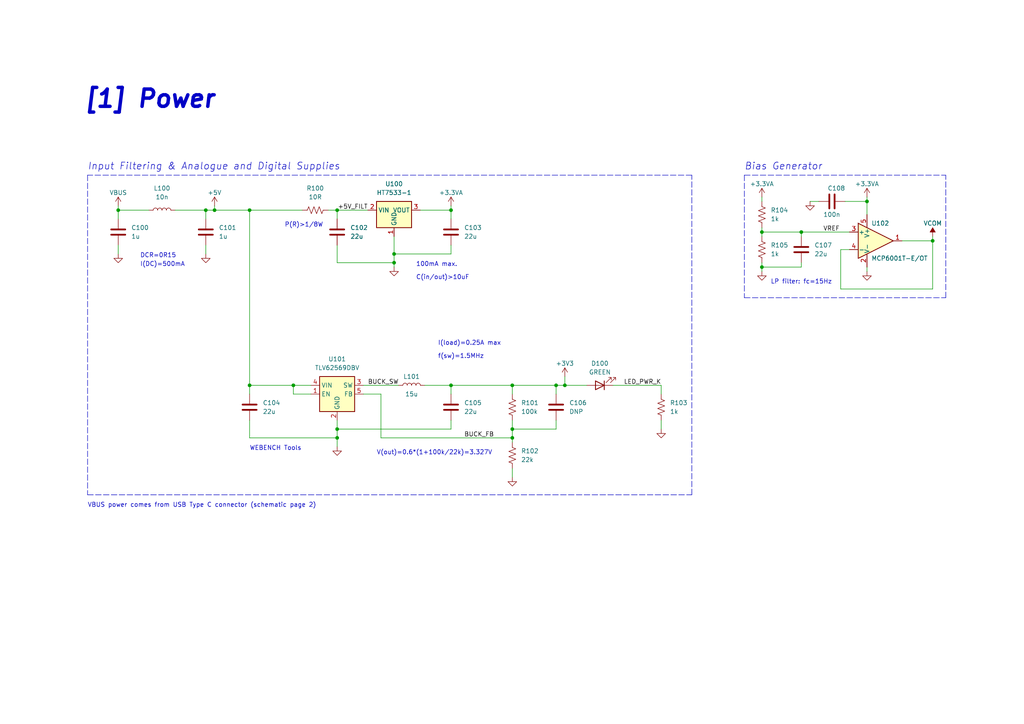
<source format=kicad_sch>
(kicad_sch
	(version 20231120)
	(generator "eeschema")
	(generator_version "8.0")
	(uuid "155b0b7c-70b4-4a26-a550-bac13cab0aa4")
	(paper "A4")
	(title_block
		(title "Mixed-Signal PCB")
		(date "6-1-2024")
		(rev "0.1")
		(company "Jacob Parent")
	)
	(lib_symbols
		(symbol "Amplifier_Operational:MCP6001-OT"
			(pin_names
				(offset 0.127)
			)
			(exclude_from_sim no)
			(in_bom yes)
			(on_board yes)
			(property "Reference" "U"
				(at -1.27 6.35 0)
				(effects
					(font
						(size 1.27 1.27)
					)
					(justify left)
				)
			)
			(property "Value" "MCP6001-OT"
				(at -1.27 3.81 0)
				(effects
					(font
						(size 1.27 1.27)
					)
					(justify left)
				)
			)
			(property "Footprint" "Package_TO_SOT_SMD:SOT-23-5"
				(at -2.54 -5.08 0)
				(effects
					(font
						(size 1.27 1.27)
					)
					(justify left)
					(hide yes)
				)
			)
			(property "Datasheet" "http://ww1.microchip.com/downloads/en/DeviceDoc/21733j.pdf"
				(at 0 5.08 0)
				(effects
					(font
						(size 1.27 1.27)
					)
					(hide yes)
				)
			)
			(property "Description" "1MHz, Low-Power Op Amp, SOT-23-5"
				(at 0 0 0)
				(effects
					(font
						(size 1.27 1.27)
					)
					(hide yes)
				)
			)
			(property "ki_keywords" "single opamp"
				(at 0 0 0)
				(effects
					(font
						(size 1.27 1.27)
					)
					(hide yes)
				)
			)
			(property "ki_fp_filters" "SOT?23*"
				(at 0 0 0)
				(effects
					(font
						(size 1.27 1.27)
					)
					(hide yes)
				)
			)
			(symbol "MCP6001-OT_0_1"
				(polyline
					(pts
						(xy -5.08 5.08) (xy 5.08 0) (xy -5.08 -5.08) (xy -5.08 5.08)
					)
					(stroke
						(width 0.254)
						(type default)
					)
					(fill
						(type background)
					)
				)
				(pin power_in line
					(at -2.54 -7.62 90)
					(length 3.81)
					(name "V-"
						(effects
							(font
								(size 1.27 1.27)
							)
						)
					)
					(number "2"
						(effects
							(font
								(size 1.27 1.27)
							)
						)
					)
				)
				(pin power_in line
					(at -2.54 7.62 270)
					(length 3.81)
					(name "V+"
						(effects
							(font
								(size 1.27 1.27)
							)
						)
					)
					(number "5"
						(effects
							(font
								(size 1.27 1.27)
							)
						)
					)
				)
			)
			(symbol "MCP6001-OT_1_1"
				(pin output line
					(at 7.62 0 180)
					(length 2.54)
					(name "~"
						(effects
							(font
								(size 1.27 1.27)
							)
						)
					)
					(number "1"
						(effects
							(font
								(size 1.27 1.27)
							)
						)
					)
				)
				(pin input line
					(at -7.62 2.54 0)
					(length 2.54)
					(name "+"
						(effects
							(font
								(size 1.27 1.27)
							)
						)
					)
					(number "3"
						(effects
							(font
								(size 1.27 1.27)
							)
						)
					)
				)
				(pin input line
					(at -7.62 -2.54 0)
					(length 2.54)
					(name "-"
						(effects
							(font
								(size 1.27 1.27)
							)
						)
					)
					(number "4"
						(effects
							(font
								(size 1.27 1.27)
							)
						)
					)
				)
			)
		)
		(symbol "Device:C"
			(pin_numbers hide)
			(pin_names
				(offset 0.254)
			)
			(exclude_from_sim no)
			(in_bom yes)
			(on_board yes)
			(property "Reference" "C"
				(at 0.635 2.54 0)
				(effects
					(font
						(size 1.27 1.27)
					)
					(justify left)
				)
			)
			(property "Value" "C"
				(at 0.635 -2.54 0)
				(effects
					(font
						(size 1.27 1.27)
					)
					(justify left)
				)
			)
			(property "Footprint" ""
				(at 0.9652 -3.81 0)
				(effects
					(font
						(size 1.27 1.27)
					)
					(hide yes)
				)
			)
			(property "Datasheet" "~"
				(at 0 0 0)
				(effects
					(font
						(size 1.27 1.27)
					)
					(hide yes)
				)
			)
			(property "Description" "Unpolarized capacitor"
				(at 0 0 0)
				(effects
					(font
						(size 1.27 1.27)
					)
					(hide yes)
				)
			)
			(property "ki_keywords" "cap capacitor"
				(at 0 0 0)
				(effects
					(font
						(size 1.27 1.27)
					)
					(hide yes)
				)
			)
			(property "ki_fp_filters" "C_*"
				(at 0 0 0)
				(effects
					(font
						(size 1.27 1.27)
					)
					(hide yes)
				)
			)
			(symbol "C_0_1"
				(polyline
					(pts
						(xy -2.032 -0.762) (xy 2.032 -0.762)
					)
					(stroke
						(width 0.508)
						(type default)
					)
					(fill
						(type none)
					)
				)
				(polyline
					(pts
						(xy -2.032 0.762) (xy 2.032 0.762)
					)
					(stroke
						(width 0.508)
						(type default)
					)
					(fill
						(type none)
					)
				)
			)
			(symbol "C_1_1"
				(pin passive line
					(at 0 3.81 270)
					(length 2.794)
					(name "~"
						(effects
							(font
								(size 1.27 1.27)
							)
						)
					)
					(number "1"
						(effects
							(font
								(size 1.27 1.27)
							)
						)
					)
				)
				(pin passive line
					(at 0 -3.81 90)
					(length 2.794)
					(name "~"
						(effects
							(font
								(size 1.27 1.27)
							)
						)
					)
					(number "2"
						(effects
							(font
								(size 1.27 1.27)
							)
						)
					)
				)
			)
		)
		(symbol "Device:L"
			(pin_numbers hide)
			(pin_names
				(offset 1.016) hide)
			(exclude_from_sim no)
			(in_bom yes)
			(on_board yes)
			(property "Reference" "L"
				(at -1.27 0 90)
				(effects
					(font
						(size 1.27 1.27)
					)
				)
			)
			(property "Value" "L"
				(at 1.905 0 90)
				(effects
					(font
						(size 1.27 1.27)
					)
				)
			)
			(property "Footprint" ""
				(at 0 0 0)
				(effects
					(font
						(size 1.27 1.27)
					)
					(hide yes)
				)
			)
			(property "Datasheet" "~"
				(at 0 0 0)
				(effects
					(font
						(size 1.27 1.27)
					)
					(hide yes)
				)
			)
			(property "Description" "Inductor"
				(at 0 0 0)
				(effects
					(font
						(size 1.27 1.27)
					)
					(hide yes)
				)
			)
			(property "ki_keywords" "inductor choke coil reactor magnetic"
				(at 0 0 0)
				(effects
					(font
						(size 1.27 1.27)
					)
					(hide yes)
				)
			)
			(property "ki_fp_filters" "Choke_* *Coil* Inductor_* L_*"
				(at 0 0 0)
				(effects
					(font
						(size 1.27 1.27)
					)
					(hide yes)
				)
			)
			(symbol "L_0_1"
				(arc
					(start 0 -2.54)
					(mid 0.6323 -1.905)
					(end 0 -1.27)
					(stroke
						(width 0)
						(type default)
					)
					(fill
						(type none)
					)
				)
				(arc
					(start 0 -1.27)
					(mid 0.6323 -0.635)
					(end 0 0)
					(stroke
						(width 0)
						(type default)
					)
					(fill
						(type none)
					)
				)
				(arc
					(start 0 0)
					(mid 0.6323 0.635)
					(end 0 1.27)
					(stroke
						(width 0)
						(type default)
					)
					(fill
						(type none)
					)
				)
				(arc
					(start 0 1.27)
					(mid 0.6323 1.905)
					(end 0 2.54)
					(stroke
						(width 0)
						(type default)
					)
					(fill
						(type none)
					)
				)
			)
			(symbol "L_1_1"
				(pin passive line
					(at 0 3.81 270)
					(length 1.27)
					(name "1"
						(effects
							(font
								(size 1.27 1.27)
							)
						)
					)
					(number "1"
						(effects
							(font
								(size 1.27 1.27)
							)
						)
					)
				)
				(pin passive line
					(at 0 -3.81 90)
					(length 1.27)
					(name "2"
						(effects
							(font
								(size 1.27 1.27)
							)
						)
					)
					(number "2"
						(effects
							(font
								(size 1.27 1.27)
							)
						)
					)
				)
			)
		)
		(symbol "Device:LED"
			(pin_numbers hide)
			(pin_names
				(offset 1.016) hide)
			(exclude_from_sim no)
			(in_bom yes)
			(on_board yes)
			(property "Reference" "D"
				(at 0 2.54 0)
				(effects
					(font
						(size 1.27 1.27)
					)
				)
			)
			(property "Value" "LED"
				(at 0 -2.54 0)
				(effects
					(font
						(size 1.27 1.27)
					)
				)
			)
			(property "Footprint" ""
				(at 0 0 0)
				(effects
					(font
						(size 1.27 1.27)
					)
					(hide yes)
				)
			)
			(property "Datasheet" "~"
				(at 0 0 0)
				(effects
					(font
						(size 1.27 1.27)
					)
					(hide yes)
				)
			)
			(property "Description" "Light emitting diode"
				(at 0 0 0)
				(effects
					(font
						(size 1.27 1.27)
					)
					(hide yes)
				)
			)
			(property "ki_keywords" "LED diode"
				(at 0 0 0)
				(effects
					(font
						(size 1.27 1.27)
					)
					(hide yes)
				)
			)
			(property "ki_fp_filters" "LED* LED_SMD:* LED_THT:*"
				(at 0 0 0)
				(effects
					(font
						(size 1.27 1.27)
					)
					(hide yes)
				)
			)
			(symbol "LED_0_1"
				(polyline
					(pts
						(xy -1.27 -1.27) (xy -1.27 1.27)
					)
					(stroke
						(width 0.254)
						(type default)
					)
					(fill
						(type none)
					)
				)
				(polyline
					(pts
						(xy -1.27 0) (xy 1.27 0)
					)
					(stroke
						(width 0)
						(type default)
					)
					(fill
						(type none)
					)
				)
				(polyline
					(pts
						(xy 1.27 -1.27) (xy 1.27 1.27) (xy -1.27 0) (xy 1.27 -1.27)
					)
					(stroke
						(width 0.254)
						(type default)
					)
					(fill
						(type none)
					)
				)
				(polyline
					(pts
						(xy -3.048 -0.762) (xy -4.572 -2.286) (xy -3.81 -2.286) (xy -4.572 -2.286) (xy -4.572 -1.524)
					)
					(stroke
						(width 0)
						(type default)
					)
					(fill
						(type none)
					)
				)
				(polyline
					(pts
						(xy -1.778 -0.762) (xy -3.302 -2.286) (xy -2.54 -2.286) (xy -3.302 -2.286) (xy -3.302 -1.524)
					)
					(stroke
						(width 0)
						(type default)
					)
					(fill
						(type none)
					)
				)
			)
			(symbol "LED_1_1"
				(pin passive line
					(at -3.81 0 0)
					(length 2.54)
					(name "K"
						(effects
							(font
								(size 1.27 1.27)
							)
						)
					)
					(number "1"
						(effects
							(font
								(size 1.27 1.27)
							)
						)
					)
				)
				(pin passive line
					(at 3.81 0 180)
					(length 2.54)
					(name "A"
						(effects
							(font
								(size 1.27 1.27)
							)
						)
					)
					(number "2"
						(effects
							(font
								(size 1.27 1.27)
							)
						)
					)
				)
			)
		)
		(symbol "Device:R_US"
			(pin_numbers hide)
			(pin_names
				(offset 0)
			)
			(exclude_from_sim no)
			(in_bom yes)
			(on_board yes)
			(property "Reference" "R"
				(at 2.54 0 90)
				(effects
					(font
						(size 1.27 1.27)
					)
				)
			)
			(property "Value" "R_US"
				(at -2.54 0 90)
				(effects
					(font
						(size 1.27 1.27)
					)
				)
			)
			(property "Footprint" ""
				(at 1.016 -0.254 90)
				(effects
					(font
						(size 1.27 1.27)
					)
					(hide yes)
				)
			)
			(property "Datasheet" "~"
				(at 0 0 0)
				(effects
					(font
						(size 1.27 1.27)
					)
					(hide yes)
				)
			)
			(property "Description" "Resistor, US symbol"
				(at 0 0 0)
				(effects
					(font
						(size 1.27 1.27)
					)
					(hide yes)
				)
			)
			(property "ki_keywords" "R res resistor"
				(at 0 0 0)
				(effects
					(font
						(size 1.27 1.27)
					)
					(hide yes)
				)
			)
			(property "ki_fp_filters" "R_*"
				(at 0 0 0)
				(effects
					(font
						(size 1.27 1.27)
					)
					(hide yes)
				)
			)
			(symbol "R_US_0_1"
				(polyline
					(pts
						(xy 0 -2.286) (xy 0 -2.54)
					)
					(stroke
						(width 0)
						(type default)
					)
					(fill
						(type none)
					)
				)
				(polyline
					(pts
						(xy 0 2.286) (xy 0 2.54)
					)
					(stroke
						(width 0)
						(type default)
					)
					(fill
						(type none)
					)
				)
				(polyline
					(pts
						(xy 0 -0.762) (xy 1.016 -1.143) (xy 0 -1.524) (xy -1.016 -1.905) (xy 0 -2.286)
					)
					(stroke
						(width 0)
						(type default)
					)
					(fill
						(type none)
					)
				)
				(polyline
					(pts
						(xy 0 0.762) (xy 1.016 0.381) (xy 0 0) (xy -1.016 -0.381) (xy 0 -0.762)
					)
					(stroke
						(width 0)
						(type default)
					)
					(fill
						(type none)
					)
				)
				(polyline
					(pts
						(xy 0 2.286) (xy 1.016 1.905) (xy 0 1.524) (xy -1.016 1.143) (xy 0 0.762)
					)
					(stroke
						(width 0)
						(type default)
					)
					(fill
						(type none)
					)
				)
			)
			(symbol "R_US_1_1"
				(pin passive line
					(at 0 3.81 270)
					(length 1.27)
					(name "~"
						(effects
							(font
								(size 1.27 1.27)
							)
						)
					)
					(number "1"
						(effects
							(font
								(size 1.27 1.27)
							)
						)
					)
				)
				(pin passive line
					(at 0 -3.81 90)
					(length 1.27)
					(name "~"
						(effects
							(font
								(size 1.27 1.27)
							)
						)
					)
					(number "2"
						(effects
							(font
								(size 1.27 1.27)
							)
						)
					)
				)
			)
		)
		(symbol "Regulator_Linear:HT75xx-1-SOT89"
			(exclude_from_sim no)
			(in_bom yes)
			(on_board yes)
			(property "Reference" "U"
				(at -5.08 -3.81 0)
				(effects
					(font
						(size 1.27 1.27)
					)
					(justify left)
				)
			)
			(property "Value" "HT75xx-1-SOT89"
				(at 0 6.35 0)
				(effects
					(font
						(size 1.27 1.27)
					)
				)
			)
			(property "Footprint" "Package_TO_SOT_SMD:SOT-89-3"
				(at 0 8.255 0)
				(effects
					(font
						(size 1.27 1.27)
						(italic yes)
					)
					(hide yes)
				)
			)
			(property "Datasheet" "https://www.holtek.com/documents/10179/116711/HT75xx-1v250.pdf"
				(at 0 2.54 0)
				(effects
					(font
						(size 1.27 1.27)
					)
					(hide yes)
				)
			)
			(property "Description" "100mA Low Dropout Voltage Regulator, Fixed Output, SOT89"
				(at 0 0 0)
				(effects
					(font
						(size 1.27 1.27)
					)
					(hide yes)
				)
			)
			(property "ki_keywords" "100mA LDO Regulator Fixed Positive"
				(at 0 0 0)
				(effects
					(font
						(size 1.27 1.27)
					)
					(hide yes)
				)
			)
			(property "ki_fp_filters" "SOT?89*"
				(at 0 0 0)
				(effects
					(font
						(size 1.27 1.27)
					)
					(hide yes)
				)
			)
			(symbol "HT75xx-1-SOT89_0_1"
				(rectangle
					(start -5.08 5.08)
					(end 5.08 -2.54)
					(stroke
						(width 0.254)
						(type default)
					)
					(fill
						(type background)
					)
				)
			)
			(symbol "HT75xx-1-SOT89_1_1"
				(pin power_in line
					(at 0 -5.08 90)
					(length 2.54)
					(name "GND"
						(effects
							(font
								(size 1.27 1.27)
							)
						)
					)
					(number "1"
						(effects
							(font
								(size 1.27 1.27)
							)
						)
					)
				)
				(pin power_in line
					(at -7.62 2.54 0)
					(length 2.54)
					(name "VIN"
						(effects
							(font
								(size 1.27 1.27)
							)
						)
					)
					(number "2"
						(effects
							(font
								(size 1.27 1.27)
							)
						)
					)
				)
				(pin power_out line
					(at 7.62 2.54 180)
					(length 2.54)
					(name "VOUT"
						(effects
							(font
								(size 1.27 1.27)
							)
						)
					)
					(number "3"
						(effects
							(font
								(size 1.27 1.27)
							)
						)
					)
				)
			)
		)
		(symbol "Regulator_Switching:TLV62569DBV"
			(exclude_from_sim no)
			(in_bom yes)
			(on_board yes)
			(property "Reference" "U"
				(at -5.08 6.35 0)
				(effects
					(font
						(size 1.27 1.27)
					)
					(justify left)
				)
			)
			(property "Value" "TLV62569DBV"
				(at 0 6.35 0)
				(effects
					(font
						(size 1.27 1.27)
					)
					(justify left)
				)
			)
			(property "Footprint" "Package_TO_SOT_SMD:SOT-23-5"
				(at 1.27 -6.35 0)
				(effects
					(font
						(size 1.27 1.27)
						(italic yes)
					)
					(justify left)
					(hide yes)
				)
			)
			(property "Datasheet" "http://www.ti.com/lit/ds/symlink/tlv62569.pdf"
				(at -6.35 11.43 0)
				(effects
					(font
						(size 1.27 1.27)
					)
					(hide yes)
				)
			)
			(property "Description" "High Efficiency Synchronous Buck Converter, Adjustable Output 0.6V-5.5V, 2A, SOT-23-5"
				(at 0 0 0)
				(effects
					(font
						(size 1.27 1.27)
					)
					(hide yes)
				)
			)
			(property "ki_keywords" "Step-Down Buck DC-DC Regulator Adjustable"
				(at 0 0 0)
				(effects
					(font
						(size 1.27 1.27)
					)
					(hide yes)
				)
			)
			(property "ki_fp_filters" "SOT?23*"
				(at 0 0 0)
				(effects
					(font
						(size 1.27 1.27)
					)
					(hide yes)
				)
			)
			(symbol "TLV62569DBV_0_1"
				(rectangle
					(start -5.08 5.08)
					(end 5.08 -5.08)
					(stroke
						(width 0.254)
						(type default)
					)
					(fill
						(type background)
					)
				)
			)
			(symbol "TLV62569DBV_1_1"
				(pin input line
					(at -7.62 0 0)
					(length 2.54)
					(name "EN"
						(effects
							(font
								(size 1.27 1.27)
							)
						)
					)
					(number "1"
						(effects
							(font
								(size 1.27 1.27)
							)
						)
					)
				)
				(pin power_in line
					(at 0 -7.62 90)
					(length 2.54)
					(name "GND"
						(effects
							(font
								(size 1.27 1.27)
							)
						)
					)
					(number "2"
						(effects
							(font
								(size 1.27 1.27)
							)
						)
					)
				)
				(pin power_out line
					(at 7.62 2.54 180)
					(length 2.54)
					(name "SW"
						(effects
							(font
								(size 1.27 1.27)
							)
						)
					)
					(number "3"
						(effects
							(font
								(size 1.27 1.27)
							)
						)
					)
				)
				(pin power_in line
					(at -7.62 2.54 0)
					(length 2.54)
					(name "VIN"
						(effects
							(font
								(size 1.27 1.27)
							)
						)
					)
					(number "4"
						(effects
							(font
								(size 1.27 1.27)
							)
						)
					)
				)
				(pin input line
					(at 7.62 0 180)
					(length 2.54)
					(name "FB"
						(effects
							(font
								(size 1.27 1.27)
							)
						)
					)
					(number "5"
						(effects
							(font
								(size 1.27 1.27)
							)
						)
					)
				)
			)
		)
		(symbol "power:+3.3VA"
			(power)
			(pin_names
				(offset 0)
			)
			(exclude_from_sim no)
			(in_bom yes)
			(on_board yes)
			(property "Reference" "#PWR"
				(at 0 -3.81 0)
				(effects
					(font
						(size 1.27 1.27)
					)
					(hide yes)
				)
			)
			(property "Value" "+3.3VA"
				(at 0 3.556 0)
				(effects
					(font
						(size 1.27 1.27)
					)
				)
			)
			(property "Footprint" ""
				(at 0 0 0)
				(effects
					(font
						(size 1.27 1.27)
					)
					(hide yes)
				)
			)
			(property "Datasheet" ""
				(at 0 0 0)
				(effects
					(font
						(size 1.27 1.27)
					)
					(hide yes)
				)
			)
			(property "Description" "Power symbol creates a global label with name \"+3.3VA\""
				(at 0 0 0)
				(effects
					(font
						(size 1.27 1.27)
					)
					(hide yes)
				)
			)
			(property "ki_keywords" "power-flag"
				(at 0 0 0)
				(effects
					(font
						(size 1.27 1.27)
					)
					(hide yes)
				)
			)
			(symbol "+3.3VA_0_1"
				(polyline
					(pts
						(xy -0.762 1.27) (xy 0 2.54)
					)
					(stroke
						(width 0)
						(type default)
					)
					(fill
						(type none)
					)
				)
				(polyline
					(pts
						(xy 0 0) (xy 0 2.54)
					)
					(stroke
						(width 0)
						(type default)
					)
					(fill
						(type none)
					)
				)
				(polyline
					(pts
						(xy 0 2.54) (xy 0.762 1.27)
					)
					(stroke
						(width 0)
						(type default)
					)
					(fill
						(type none)
					)
				)
			)
			(symbol "+3.3VA_1_1"
				(pin power_in line
					(at 0 0 90)
					(length 0) hide
					(name "+3.3VA"
						(effects
							(font
								(size 1.27 1.27)
							)
						)
					)
					(number "1"
						(effects
							(font
								(size 1.27 1.27)
							)
						)
					)
				)
			)
		)
		(symbol "power:+3V3"
			(power)
			(pin_names
				(offset 0)
			)
			(exclude_from_sim no)
			(in_bom yes)
			(on_board yes)
			(property "Reference" "#PWR"
				(at 0 -3.81 0)
				(effects
					(font
						(size 1.27 1.27)
					)
					(hide yes)
				)
			)
			(property "Value" "+3V3"
				(at 0 3.556 0)
				(effects
					(font
						(size 1.27 1.27)
					)
				)
			)
			(property "Footprint" ""
				(at 0 0 0)
				(effects
					(font
						(size 1.27 1.27)
					)
					(hide yes)
				)
			)
			(property "Datasheet" ""
				(at 0 0 0)
				(effects
					(font
						(size 1.27 1.27)
					)
					(hide yes)
				)
			)
			(property "Description" "Power symbol creates a global label with name \"+3V3\""
				(at 0 0 0)
				(effects
					(font
						(size 1.27 1.27)
					)
					(hide yes)
				)
			)
			(property "ki_keywords" "power-flag"
				(at 0 0 0)
				(effects
					(font
						(size 1.27 1.27)
					)
					(hide yes)
				)
			)
			(symbol "+3V3_0_1"
				(polyline
					(pts
						(xy -0.762 1.27) (xy 0 2.54)
					)
					(stroke
						(width 0)
						(type default)
					)
					(fill
						(type none)
					)
				)
				(polyline
					(pts
						(xy 0 0) (xy 0 2.54)
					)
					(stroke
						(width 0)
						(type default)
					)
					(fill
						(type none)
					)
				)
				(polyline
					(pts
						(xy 0 2.54) (xy 0.762 1.27)
					)
					(stroke
						(width 0)
						(type default)
					)
					(fill
						(type none)
					)
				)
			)
			(symbol "+3V3_1_1"
				(pin power_in line
					(at 0 0 90)
					(length 0) hide
					(name "+3V3"
						(effects
							(font
								(size 1.27 1.27)
							)
						)
					)
					(number "1"
						(effects
							(font
								(size 1.27 1.27)
							)
						)
					)
				)
			)
		)
		(symbol "power:+5V"
			(power)
			(pin_names
				(offset 0)
			)
			(exclude_from_sim no)
			(in_bom yes)
			(on_board yes)
			(property "Reference" "#PWR"
				(at 0 -3.81 0)
				(effects
					(font
						(size 1.27 1.27)
					)
					(hide yes)
				)
			)
			(property "Value" "+5V"
				(at 0 3.556 0)
				(effects
					(font
						(size 1.27 1.27)
					)
				)
			)
			(property "Footprint" ""
				(at 0 0 0)
				(effects
					(font
						(size 1.27 1.27)
					)
					(hide yes)
				)
			)
			(property "Datasheet" ""
				(at 0 0 0)
				(effects
					(font
						(size 1.27 1.27)
					)
					(hide yes)
				)
			)
			(property "Description" "Power symbol creates a global label with name \"+5V\""
				(at 0 0 0)
				(effects
					(font
						(size 1.27 1.27)
					)
					(hide yes)
				)
			)
			(property "ki_keywords" "power-flag"
				(at 0 0 0)
				(effects
					(font
						(size 1.27 1.27)
					)
					(hide yes)
				)
			)
			(symbol "+5V_0_1"
				(polyline
					(pts
						(xy -0.762 1.27) (xy 0 2.54)
					)
					(stroke
						(width 0)
						(type default)
					)
					(fill
						(type none)
					)
				)
				(polyline
					(pts
						(xy 0 0) (xy 0 2.54)
					)
					(stroke
						(width 0)
						(type default)
					)
					(fill
						(type none)
					)
				)
				(polyline
					(pts
						(xy 0 2.54) (xy 0.762 1.27)
					)
					(stroke
						(width 0)
						(type default)
					)
					(fill
						(type none)
					)
				)
			)
			(symbol "+5V_1_1"
				(pin power_in line
					(at 0 0 90)
					(length 0) hide
					(name "+5V"
						(effects
							(font
								(size 1.27 1.27)
							)
						)
					)
					(number "1"
						(effects
							(font
								(size 1.27 1.27)
							)
						)
					)
				)
			)
		)
		(symbol "power:GND"
			(power)
			(pin_names
				(offset 0)
			)
			(exclude_from_sim no)
			(in_bom yes)
			(on_board yes)
			(property "Reference" "#PWR"
				(at 0 -6.35 0)
				(effects
					(font
						(size 1.27 1.27)
					)
					(hide yes)
				)
			)
			(property "Value" "GND"
				(at 0 -3.81 0)
				(effects
					(font
						(size 1.27 1.27)
					)
				)
			)
			(property "Footprint" ""
				(at 0 0 0)
				(effects
					(font
						(size 1.27 1.27)
					)
					(hide yes)
				)
			)
			(property "Datasheet" ""
				(at 0 0 0)
				(effects
					(font
						(size 1.27 1.27)
					)
					(hide yes)
				)
			)
			(property "Description" "Power symbol creates a global label with name \"GND\" , ground"
				(at 0 0 0)
				(effects
					(font
						(size 1.27 1.27)
					)
					(hide yes)
				)
			)
			(property "ki_keywords" "power-flag"
				(at 0 0 0)
				(effects
					(font
						(size 1.27 1.27)
					)
					(hide yes)
				)
			)
			(symbol "GND_0_1"
				(polyline
					(pts
						(xy 0 0) (xy 0 -1.27) (xy 1.27 -1.27) (xy 0 -2.54) (xy -1.27 -1.27) (xy 0 -1.27)
					)
					(stroke
						(width 0)
						(type default)
					)
					(fill
						(type none)
					)
				)
			)
			(symbol "GND_1_1"
				(pin power_in line
					(at 0 0 270)
					(length 0) hide
					(name "GND"
						(effects
							(font
								(size 1.27 1.27)
							)
						)
					)
					(number "1"
						(effects
							(font
								(size 1.27 1.27)
							)
						)
					)
				)
			)
		)
		(symbol "power:VBUS"
			(power)
			(pin_names
				(offset 0)
			)
			(exclude_from_sim no)
			(in_bom yes)
			(on_board yes)
			(property "Reference" "#PWR"
				(at 0 -3.81 0)
				(effects
					(font
						(size 1.27 1.27)
					)
					(hide yes)
				)
			)
			(property "Value" "VBUS"
				(at 0 3.81 0)
				(effects
					(font
						(size 1.27 1.27)
					)
				)
			)
			(property "Footprint" ""
				(at 0 0 0)
				(effects
					(font
						(size 1.27 1.27)
					)
					(hide yes)
				)
			)
			(property "Datasheet" ""
				(at 0 0 0)
				(effects
					(font
						(size 1.27 1.27)
					)
					(hide yes)
				)
			)
			(property "Description" "Power symbol creates a global label with name \"VBUS\""
				(at 0 0 0)
				(effects
					(font
						(size 1.27 1.27)
					)
					(hide yes)
				)
			)
			(property "ki_keywords" "power-flag"
				(at 0 0 0)
				(effects
					(font
						(size 1.27 1.27)
					)
					(hide yes)
				)
			)
			(symbol "VBUS_0_1"
				(polyline
					(pts
						(xy -0.762 1.27) (xy 0 2.54)
					)
					(stroke
						(width 0)
						(type default)
					)
					(fill
						(type none)
					)
				)
				(polyline
					(pts
						(xy 0 0) (xy 0 2.54)
					)
					(stroke
						(width 0)
						(type default)
					)
					(fill
						(type none)
					)
				)
				(polyline
					(pts
						(xy 0 2.54) (xy 0.762 1.27)
					)
					(stroke
						(width 0)
						(type default)
					)
					(fill
						(type none)
					)
				)
			)
			(symbol "VBUS_1_1"
				(pin power_in line
					(at 0 0 90)
					(length 0) hide
					(name "VBUS"
						(effects
							(font
								(size 1.27 1.27)
							)
						)
					)
					(number "1"
						(effects
							(font
								(size 1.27 1.27)
							)
						)
					)
				)
			)
		)
		(symbol "power:VCOM"
			(power)
			(pin_names
				(offset 0)
			)
			(exclude_from_sim no)
			(in_bom yes)
			(on_board yes)
			(property "Reference" "#PWR"
				(at 0 -3.81 0)
				(effects
					(font
						(size 1.27 1.27)
					)
					(hide yes)
				)
			)
			(property "Value" "VCOM"
				(at 0 3.81 0)
				(effects
					(font
						(size 1.27 1.27)
					)
				)
			)
			(property "Footprint" ""
				(at 0 0 0)
				(effects
					(font
						(size 1.27 1.27)
					)
					(hide yes)
				)
			)
			(property "Datasheet" ""
				(at 0 0 0)
				(effects
					(font
						(size 1.27 1.27)
					)
					(hide yes)
				)
			)
			(property "Description" "Power symbol creates a global label with name \"VCOM\""
				(at 0 0 0)
				(effects
					(font
						(size 1.27 1.27)
					)
					(hide yes)
				)
			)
			(property "ki_keywords" "power-flag"
				(at 0 0 0)
				(effects
					(font
						(size 1.27 1.27)
					)
					(hide yes)
				)
			)
			(symbol "VCOM_0_1"
				(polyline
					(pts
						(xy 0 0) (xy 0 2.54)
					)
					(stroke
						(width 0)
						(type default)
					)
					(fill
						(type none)
					)
				)
				(polyline
					(pts
						(xy 0.762 1.27) (xy -0.762 1.27) (xy 0 2.54) (xy 0.762 1.27)
					)
					(stroke
						(width 0)
						(type default)
					)
					(fill
						(type outline)
					)
				)
			)
			(symbol "VCOM_1_1"
				(pin power_in line
					(at 0 0 90)
					(length 0) hide
					(name "VCOM"
						(effects
							(font
								(size 1.27 1.27)
							)
						)
					)
					(number "1"
						(effects
							(font
								(size 1.27 1.27)
							)
						)
					)
				)
			)
		)
	)
	(junction
		(at 114.3 73.66)
		(diameter 0)
		(color 0 0 0 0)
		(uuid "2454fd1b-3484-4838-8b7e-d26357238fe1")
	)
	(junction
		(at 72.39 111.76)
		(diameter 0)
		(color 0 0 0 0)
		(uuid "269f19c3-6824-45a8-be29-fa58d70cbb42")
	)
	(junction
		(at 148.59 111.76)
		(diameter 0)
		(color 0 0 0 0)
		(uuid "2e0a9f64-1b78-4597-8d50-d12d2268a95a")
	)
	(junction
		(at 148.59 127)
		(diameter 0)
		(color 0 0 0 0)
		(uuid "4cafb73d-1ad8-4d24-acf7-63d78095ae46")
	)
	(junction
		(at 270.51 69.85)
		(diameter 0)
		(color 0 0 0 0)
		(uuid "4e27930e-1827-4788-aa6b-487321d46602")
	)
	(junction
		(at 148.59 124.46)
		(diameter 0)
		(color 0 0 0 0)
		(uuid "582622a2-fad4-4737-9a80-be9fffbba8ab")
	)
	(junction
		(at 232.41 67.31)
		(diameter 0)
		(color 0 0 0 0)
		(uuid "5d3d7893-1d11-4f1d-9052-85cf0e07d281")
	)
	(junction
		(at 85.09 111.76)
		(diameter 0)
		(color 0 0 0 0)
		(uuid "844d7d7a-b386-45a8-aaf6-bf41bbcb43b5")
	)
	(junction
		(at 34.29 60.96)
		(diameter 0)
		(color 0 0 0 0)
		(uuid "850f4c06-51c4-419d-ae91-62019d280a7a")
	)
	(junction
		(at 130.81 60.96)
		(diameter 0)
		(color 0 0 0 0)
		(uuid "9031bb33-c6aa-4758-bf5c-3274ed3ebab7")
	)
	(junction
		(at 97.79 127)
		(diameter 0)
		(color 0 0 0 0)
		(uuid "a8219a78-6b33-4efa-a789-6a67ce8f7a50")
	)
	(junction
		(at 97.79 124.46)
		(diameter 0)
		(color 0 0 0 0)
		(uuid "b78cb2c1-ae4b-4d9b-acd8-d7fe342342f2")
	)
	(junction
		(at 251.46 58.42)
		(diameter 0)
		(color 0 0 0 0)
		(uuid "bdf40d30-88ff-4479-bad1-69529464b61b")
	)
	(junction
		(at 163.83 111.76)
		(diameter 0)
		(color 0 0 0 0)
		(uuid "c7df8431-dcf5-4ab4-b8f8-21c1cafc5246")
	)
	(junction
		(at 114.3 76.2)
		(diameter 0)
		(color 0 0 0 0)
		(uuid "ce72ea62-9343-4a4f-81bf-8ac601f5d005")
	)
	(junction
		(at 130.81 111.76)
		(diameter 0)
		(color 0 0 0 0)
		(uuid "d01102e9-b170-4eb1-a0a4-9a31feb850b7")
	)
	(junction
		(at 220.98 67.31)
		(diameter 0)
		(color 0 0 0 0)
		(uuid "d7e4abd8-69f5-4706-b12e-898194e5bf56")
	)
	(junction
		(at 72.39 60.96)
		(diameter 0)
		(color 0 0 0 0)
		(uuid "da481376-0e49-44d3-91b8-aaa39b869dd1")
	)
	(junction
		(at 161.29 111.76)
		(diameter 0)
		(color 0 0 0 0)
		(uuid "dde8619c-5a8c-40eb-9845-65e6a654222d")
	)
	(junction
		(at 220.98 77.47)
		(diameter 0)
		(color 0 0 0 0)
		(uuid "f357ddb5-3f44-43b0-b00d-d64f5c62ba4a")
	)
	(junction
		(at 97.79 60.96)
		(diameter 0)
		(color 0 0 0 0)
		(uuid "f959907b-1cef-4760-b043-4260a660a2ae")
	)
	(junction
		(at 59.69 60.96)
		(diameter 0)
		(color 0 0 0 0)
		(uuid "f985474a-af2e-4949-bbc7-900ba982558f")
	)
	(junction
		(at 62.23 60.96)
		(diameter 0)
		(color 0 0 0 0)
		(uuid "faa1812c-fdf3-47ae-9cf4-ae06a263bfbd")
	)
	(wire
		(pts
			(xy 232.41 68.58) (xy 232.41 67.31)
		)
		(stroke
			(width 0)
			(type default)
		)
		(uuid "008da5b9-6f95-4113-b7d0-d93ac62efd33")
	)
	(wire
		(pts
			(xy 270.51 69.85) (xy 261.62 69.85)
		)
		(stroke
			(width 0)
			(type default)
		)
		(uuid "011ee658-718d-416a-85fd-961729cd1ee5")
	)
	(wire
		(pts
			(xy 97.79 129.54) (xy 97.79 127)
		)
		(stroke
			(width 0)
			(type default)
		)
		(uuid "03f57fb4-32a3-4bc6-85b9-fd8ece4a9592")
	)
	(wire
		(pts
			(xy 72.39 111.76) (xy 85.09 111.76)
		)
		(stroke
			(width 0)
			(type default)
		)
		(uuid "07d160b6-23e1-4aa0-95cb-440482e6fc15")
	)
	(wire
		(pts
			(xy 245.11 58.42) (xy 251.46 58.42)
		)
		(stroke
			(width 0)
			(type default)
		)
		(uuid "0a1a4d88-972a-46ce-b25e-6cb796bd41f7")
	)
	(polyline
		(pts
			(xy 215.9 86.36) (xy 274.32 86.36)
		)
		(stroke
			(width 0)
			(type dash)
		)
		(uuid "0ceb97d6-1b0f-4b71-921e-b0955c30c998")
	)
	(wire
		(pts
			(xy 232.41 77.47) (xy 220.98 77.47)
		)
		(stroke
			(width 0)
			(type default)
		)
		(uuid "0fafc6b9-fd35-4a55-9270-7a8e7ce3cb13")
	)
	(polyline
		(pts
			(xy 200.66 50.8) (xy 25.4 50.8)
		)
		(stroke
			(width 0)
			(type dash)
		)
		(uuid "0fc5db66-6188-4c1f-bb14-0868bef113eb")
	)
	(wire
		(pts
			(xy 59.69 73.66) (xy 59.69 71.12)
		)
		(stroke
			(width 0)
			(type default)
		)
		(uuid "0fd35a3e-b394-4aae-875a-fac843f9cbb7")
	)
	(polyline
		(pts
			(xy 215.9 50.8) (xy 274.32 50.8)
		)
		(stroke
			(width 0)
			(type dash)
		)
		(uuid "1241b7f2-e266-4f5c-8a97-9f0f9d0eef37")
	)
	(wire
		(pts
			(xy 220.98 78.74) (xy 220.98 77.47)
		)
		(stroke
			(width 0)
			(type default)
		)
		(uuid "12a24e86-2c38-4685-bba9-fff8dddb4cb0")
	)
	(wire
		(pts
			(xy 177.8 111.76) (xy 191.77 111.76)
		)
		(stroke
			(width 0)
			(type default)
		)
		(uuid "142dd724-2a9f-4eea-ab21-209b1bc7ec65")
	)
	(polyline
		(pts
			(xy 200.66 143.51) (xy 200.66 50.8)
		)
		(stroke
			(width 0)
			(type dash)
		)
		(uuid "15a82541-58d8-45b5-99c5-fb52e017e3ea")
	)
	(wire
		(pts
			(xy 148.59 124.46) (xy 148.59 127)
		)
		(stroke
			(width 0)
			(type default)
		)
		(uuid "1dfbf353-5b24-4c0f-8322-8fcd514ae75e")
	)
	(wire
		(pts
			(xy 72.39 114.3) (xy 72.39 111.76)
		)
		(stroke
			(width 0)
			(type default)
		)
		(uuid "1e48966e-d29d-4521-8939-ec8ac570431d")
	)
	(wire
		(pts
			(xy 234.95 58.42) (xy 237.49 58.42)
		)
		(stroke
			(width 0)
			(type default)
		)
		(uuid "22bb6c80-05a9-4d89-98b0-f4c23fe6c1ce")
	)
	(wire
		(pts
			(xy 232.41 76.2) (xy 232.41 77.47)
		)
		(stroke
			(width 0)
			(type default)
		)
		(uuid "27b2eb82-662b-42d8-90e6-830fec4bb8d2")
	)
	(wire
		(pts
			(xy 148.59 127) (xy 110.49 127)
		)
		(stroke
			(width 0)
			(type default)
		)
		(uuid "283c990c-ae5a-4e41-a3ad-b40ca29fe90e")
	)
	(wire
		(pts
			(xy 97.79 127) (xy 97.79 124.46)
		)
		(stroke
			(width 0)
			(type default)
		)
		(uuid "2a1de22d-6451-488d-af77-0bf8841bd695")
	)
	(wire
		(pts
			(xy 95.25 60.96) (xy 97.79 60.96)
		)
		(stroke
			(width 0)
			(type default)
		)
		(uuid "30317bf0-88bb-49e7-bf8b-9f3883982225")
	)
	(wire
		(pts
			(xy 72.39 111.76) (xy 72.39 60.96)
		)
		(stroke
			(width 0)
			(type default)
		)
		(uuid "38cfe839-c630-43d3-a9ec-6a89ba9e318a")
	)
	(wire
		(pts
			(xy 251.46 58.42) (xy 251.46 62.23)
		)
		(stroke
			(width 0)
			(type default)
		)
		(uuid "3b686d17-1000-4762-ba31-589d599a3edf")
	)
	(polyline
		(pts
			(xy 25.4 50.8) (xy 25.4 143.51)
		)
		(stroke
			(width 0)
			(type dash)
		)
		(uuid "3d6cdd62-5634-4e30-acf8-1b9c1dbf6653")
	)
	(wire
		(pts
			(xy 106.68 60.96) (xy 97.79 60.96)
		)
		(stroke
			(width 0)
			(type default)
		)
		(uuid "3f43d730-2a73-49fe-9672-32428e7f5b49")
	)
	(wire
		(pts
			(xy 114.3 73.66) (xy 114.3 76.2)
		)
		(stroke
			(width 0)
			(type default)
		)
		(uuid "45884597-7014-4461-83ee-9975c42b9a53")
	)
	(wire
		(pts
			(xy 110.49 127) (xy 110.49 114.3)
		)
		(stroke
			(width 0)
			(type default)
		)
		(uuid "49575217-40b0-4890-8acf-12982cca52b5")
	)
	(wire
		(pts
			(xy 130.81 124.46) (xy 97.79 124.46)
		)
		(stroke
			(width 0)
			(type default)
		)
		(uuid "501880c3-8633-456f-9add-0e8fa1932ba6")
	)
	(wire
		(pts
			(xy 130.81 111.76) (xy 130.81 114.3)
		)
		(stroke
			(width 0)
			(type default)
		)
		(uuid "53e34696-241f-47e5-a477-f469335c8a61")
	)
	(wire
		(pts
			(xy 34.29 60.96) (xy 34.29 63.5)
		)
		(stroke
			(width 0)
			(type default)
		)
		(uuid "5c120615-7b34-4376-98c4-994ae5b3b131")
	)
	(wire
		(pts
			(xy 163.83 109.22) (xy 163.83 111.76)
		)
		(stroke
			(width 0)
			(type default)
		)
		(uuid "5c7d6eaf-f256-4349-8203-d2e836872231")
	)
	(wire
		(pts
			(xy 59.69 63.5) (xy 59.69 60.96)
		)
		(stroke
			(width 0)
			(type default)
		)
		(uuid "5d9921f1-08b3-4cc9-8cf7-e9a72ca2fdb7")
	)
	(wire
		(pts
			(xy 191.77 114.3) (xy 191.77 111.76)
		)
		(stroke
			(width 0)
			(type default)
		)
		(uuid "62e8c4d4-266c-4e53-8981-1028251d724c")
	)
	(wire
		(pts
			(xy 72.39 127) (xy 72.39 121.92)
		)
		(stroke
			(width 0)
			(type default)
		)
		(uuid "6ac3ab53-7523-4805-bfd2-5de19dff127e")
	)
	(wire
		(pts
			(xy 148.59 114.3) (xy 148.59 111.76)
		)
		(stroke
			(width 0)
			(type default)
		)
		(uuid "6afc19cf-38b4-47a3-bc2b-445b18724310")
	)
	(wire
		(pts
			(xy 114.3 76.2) (xy 97.79 76.2)
		)
		(stroke
			(width 0)
			(type default)
		)
		(uuid "6bd115d6-07e0-45db-8f2e-3cbb0429104f")
	)
	(wire
		(pts
			(xy 243.84 83.82) (xy 270.51 83.82)
		)
		(stroke
			(width 0)
			(type default)
		)
		(uuid "72508b1f-1505-46cb-9d37-2081c5a12aca")
	)
	(wire
		(pts
			(xy 34.29 60.96) (xy 43.18 60.96)
		)
		(stroke
			(width 0)
			(type default)
		)
		(uuid "75674ae0-b1bf-4c29-b26b-9cf08ea1e0a5")
	)
	(wire
		(pts
			(xy 148.59 138.43) (xy 148.59 135.89)
		)
		(stroke
			(width 0)
			(type default)
		)
		(uuid "7760a75a-d74b-4185-b34e-cbc7b2c339b6")
	)
	(wire
		(pts
			(xy 232.41 67.31) (xy 246.38 67.31)
		)
		(stroke
			(width 0)
			(type default)
		)
		(uuid "79476267-290e-445f-995b-0afd0e11a4b5")
	)
	(wire
		(pts
			(xy 246.38 72.39) (xy 243.84 72.39)
		)
		(stroke
			(width 0)
			(type default)
		)
		(uuid "802c2dc3-ca9f-491e-9d66-7893e89ac34c")
	)
	(wire
		(pts
			(xy 62.23 60.96) (xy 59.69 60.96)
		)
		(stroke
			(width 0)
			(type default)
		)
		(uuid "88cb65f4-7e9e-44eb-8692-3b6e2e788a94")
	)
	(wire
		(pts
			(xy 220.98 67.31) (xy 232.41 67.31)
		)
		(stroke
			(width 0)
			(type default)
		)
		(uuid "8b290a17-6328-4178-9131-29524d345539")
	)
	(wire
		(pts
			(xy 270.51 68.58) (xy 270.51 69.85)
		)
		(stroke
			(width 0)
			(type default)
		)
		(uuid "8cd050d6-228c-4da0-9533-b4f8d14cfb34")
	)
	(wire
		(pts
			(xy 97.79 60.96) (xy 97.79 63.5)
		)
		(stroke
			(width 0)
			(type default)
		)
		(uuid "9186dae5-6dc3-4744-9f90-e697559c6ac8")
	)
	(wire
		(pts
			(xy 130.81 121.92) (xy 130.81 124.46)
		)
		(stroke
			(width 0)
			(type default)
		)
		(uuid "91fe070a-a49b-4bc5-805a-42f23e10d114")
	)
	(wire
		(pts
			(xy 34.29 59.69) (xy 34.29 60.96)
		)
		(stroke
			(width 0)
			(type default)
		)
		(uuid "92035a88-6c95-4a61-bd8a-cb8dd9e5018a")
	)
	(wire
		(pts
			(xy 123.19 111.76) (xy 130.81 111.76)
		)
		(stroke
			(width 0)
			(type default)
		)
		(uuid "9390234f-bf3f-46cd-b6a0-8a438ec76e9f")
	)
	(wire
		(pts
			(xy 97.79 71.12) (xy 97.79 76.2)
		)
		(stroke
			(width 0)
			(type default)
		)
		(uuid "97fe2a5c-4eee-4c7a-9c43-47749b396494")
	)
	(wire
		(pts
			(xy 148.59 111.76) (xy 161.29 111.76)
		)
		(stroke
			(width 0)
			(type default)
		)
		(uuid "9aaeec6e-84fe-4644-b0bc-5de24626ff48")
	)
	(wire
		(pts
			(xy 85.09 114.3) (xy 90.17 114.3)
		)
		(stroke
			(width 0)
			(type default)
		)
		(uuid "a07b6b2b-7179-4297-b163-5e47ffbe76d3")
	)
	(wire
		(pts
			(xy 121.92 60.96) (xy 130.81 60.96)
		)
		(stroke
			(width 0)
			(type default)
		)
		(uuid "a24ce0e2-fdd3-4e6a-b754-5dee9713dd27")
	)
	(wire
		(pts
			(xy 85.09 114.3) (xy 85.09 111.76)
		)
		(stroke
			(width 0)
			(type default)
		)
		(uuid "a62609cd-29b7-4918-b97d-7b2404ba61cf")
	)
	(polyline
		(pts
			(xy 215.9 50.8) (xy 215.9 86.36)
		)
		(stroke
			(width 0)
			(type dash)
		)
		(uuid "a7f25f41-0b4c-4430-b6cd-b2160b2db099")
	)
	(wire
		(pts
			(xy 130.81 73.66) (xy 130.81 71.12)
		)
		(stroke
			(width 0)
			(type default)
		)
		(uuid "ae77c3c8-1144-468e-ad5b-a0b4090735bd")
	)
	(wire
		(pts
			(xy 220.98 77.47) (xy 220.98 76.2)
		)
		(stroke
			(width 0)
			(type default)
		)
		(uuid "aeb03be9-98f0-43f6-9432-1bb35aa04bab")
	)
	(wire
		(pts
			(xy 170.18 111.76) (xy 163.83 111.76)
		)
		(stroke
			(width 0)
			(type default)
		)
		(uuid "b13e8448-bf35-4ec0-9c70-3f2250718cc2")
	)
	(wire
		(pts
			(xy 115.57 111.76) (xy 105.41 111.76)
		)
		(stroke
			(width 0)
			(type default)
		)
		(uuid "b59f18ce-2e34-4b6e-b14d-8d73b8268179")
	)
	(polyline
		(pts
			(xy 274.32 86.36) (xy 274.32 50.8)
		)
		(stroke
			(width 0)
			(type dash)
		)
		(uuid "b8b961e9-8a60-45fc-999a-a7a3baff4e0d")
	)
	(polyline
		(pts
			(xy 25.4 143.51) (xy 200.66 143.51)
		)
		(stroke
			(width 0)
			(type dash)
		)
		(uuid "bb59b92a-e4d0-4b9e-82cd-26304f5c15b8")
	)
	(wire
		(pts
			(xy 270.51 69.85) (xy 270.51 83.82)
		)
		(stroke
			(width 0)
			(type default)
		)
		(uuid "bde95c06-433a-4c03-bc48-e3abcdb4e054")
	)
	(wire
		(pts
			(xy 148.59 127) (xy 148.59 128.27)
		)
		(stroke
			(width 0)
			(type default)
		)
		(uuid "be4b72db-0e02-4d9b-844a-aff689b4e648")
	)
	(wire
		(pts
			(xy 161.29 121.92) (xy 161.29 124.46)
		)
		(stroke
			(width 0)
			(type default)
		)
		(uuid "c1bac86f-cbf6-4c5b-b60d-c26fa73d9c09")
	)
	(wire
		(pts
			(xy 220.98 68.58) (xy 220.98 67.31)
		)
		(stroke
			(width 0)
			(type default)
		)
		(uuid "c25449d6-d734-4953-b762-98f82a830248")
	)
	(wire
		(pts
			(xy 114.3 73.66) (xy 130.81 73.66)
		)
		(stroke
			(width 0)
			(type default)
		)
		(uuid "c3c499b1-9227-4e4b-9982-f9f1aa6203b9")
	)
	(wire
		(pts
			(xy 97.79 124.46) (xy 97.79 121.92)
		)
		(stroke
			(width 0)
			(type default)
		)
		(uuid "c454102f-dc92-4550-9492-797fc8e6b49c")
	)
	(wire
		(pts
			(xy 105.41 114.3) (xy 110.49 114.3)
		)
		(stroke
			(width 0)
			(type default)
		)
		(uuid "c8a7af6e-c432-4fa3-91ee-c8bf0c5a9ebe")
	)
	(wire
		(pts
			(xy 251.46 58.42) (xy 251.46 57.15)
		)
		(stroke
			(width 0)
			(type default)
		)
		(uuid "c9b9e62d-dede-4d1a-9a05-275614f8bdb2")
	)
	(wire
		(pts
			(xy 87.63 60.96) (xy 72.39 60.96)
		)
		(stroke
			(width 0)
			(type default)
		)
		(uuid "cb721686-5255-4788-a3b0-ce4312e32eb7")
	)
	(wire
		(pts
			(xy 220.98 66.04) (xy 220.98 67.31)
		)
		(stroke
			(width 0)
			(type default)
		)
		(uuid "cebb9021-66d3-4116-98d4-5e6f3c1552be")
	)
	(wire
		(pts
			(xy 114.3 68.58) (xy 114.3 73.66)
		)
		(stroke
			(width 0)
			(type default)
		)
		(uuid "d0a0deb1-4f0f-4ede-b730-2c6d67cb9618")
	)
	(wire
		(pts
			(xy 97.79 127) (xy 72.39 127)
		)
		(stroke
			(width 0)
			(type default)
		)
		(uuid "d1a9be32-38ba-44e6-bc35-f031541ab1fe")
	)
	(wire
		(pts
			(xy 220.98 57.15) (xy 220.98 58.42)
		)
		(stroke
			(width 0)
			(type default)
		)
		(uuid "d1eca865-05c5-48a4-96cf-ed5f8a640e25")
	)
	(wire
		(pts
			(xy 163.83 111.76) (xy 161.29 111.76)
		)
		(stroke
			(width 0)
			(type default)
		)
		(uuid "d38aa458-d7c4-47af-ba08-2b6be506a3fd")
	)
	(wire
		(pts
			(xy 148.59 121.92) (xy 148.59 124.46)
		)
		(stroke
			(width 0)
			(type default)
		)
		(uuid "d3e133b7-2c84-4206-a2b1-e693cb57fe56")
	)
	(wire
		(pts
			(xy 62.23 59.69) (xy 62.23 60.96)
		)
		(stroke
			(width 0)
			(type default)
		)
		(uuid "d4db7f11-8cfe-40d2-b021-b36f05241701")
	)
	(wire
		(pts
			(xy 50.8 60.96) (xy 59.69 60.96)
		)
		(stroke
			(width 0)
			(type default)
		)
		(uuid "d4f7f3b1-0ecb-4ccb-b494-536334ef8eaa")
	)
	(wire
		(pts
			(xy 161.29 111.76) (xy 161.29 114.3)
		)
		(stroke
			(width 0)
			(type default)
		)
		(uuid "d66d3c12-11ce-4566-9a45-962e329503d8")
	)
	(wire
		(pts
			(xy 34.29 73.66) (xy 34.29 71.12)
		)
		(stroke
			(width 0)
			(type default)
		)
		(uuid "e091e263-c616-48ef-a460-465c70218987")
	)
	(wire
		(pts
			(xy 148.59 124.46) (xy 161.29 124.46)
		)
		(stroke
			(width 0)
			(type default)
		)
		(uuid "e0c7ddff-8c90-465f-be62-21fb49b059fa")
	)
	(wire
		(pts
			(xy 191.77 124.46) (xy 191.77 121.92)
		)
		(stroke
			(width 0)
			(type default)
		)
		(uuid "e70b6168-f98e-4322-bc55-500948ef7b77")
	)
	(wire
		(pts
			(xy 85.09 111.76) (xy 90.17 111.76)
		)
		(stroke
			(width 0)
			(type default)
		)
		(uuid "ebca7c5e-ae52-43e5-ac6c-69a96a9a5b24")
	)
	(wire
		(pts
			(xy 243.84 72.39) (xy 243.84 83.82)
		)
		(stroke
			(width 0)
			(type default)
		)
		(uuid "eed466bf-cd88-4860-9abf-41a594ca08bd")
	)
	(wire
		(pts
			(xy 130.81 63.5) (xy 130.81 60.96)
		)
		(stroke
			(width 0)
			(type default)
		)
		(uuid "f1a9fb80-4cc4-410f-9616-e19c969dcab5")
	)
	(wire
		(pts
			(xy 251.46 78.74) (xy 251.46 77.47)
		)
		(stroke
			(width 0)
			(type default)
		)
		(uuid "f64497d1-1d62-44a4-8e5e-6fba4ebc969a")
	)
	(wire
		(pts
			(xy 72.39 60.96) (xy 62.23 60.96)
		)
		(stroke
			(width 0)
			(type default)
		)
		(uuid "f988d6ea-11c5-4837-b1d1-5c292ded50c6")
	)
	(wire
		(pts
			(xy 114.3 76.2) (xy 114.3 77.47)
		)
		(stroke
			(width 0)
			(type default)
		)
		(uuid "fb30f9bb-6a0b-4d8a-82b0-266eab794bc6")
	)
	(wire
		(pts
			(xy 148.59 111.76) (xy 130.81 111.76)
		)
		(stroke
			(width 0)
			(type default)
		)
		(uuid "fe14c012-3d58-4e5e-9a37-4b9765a7f764")
	)
	(wire
		(pts
			(xy 130.81 59.69) (xy 130.81 60.96)
		)
		(stroke
			(width 0)
			(type default)
		)
		(uuid "fea7c5d1-76d6-41a0-b5e3-29889dbb8ce0")
	)
	(text "DCR=0R15"
		(exclude_from_sim no)
		(at 40.64 74.93 0)
		(effects
			(font
				(size 1.27 1.27)
			)
			(justify left bottom)
		)
		(uuid "105c56d1-30e6-4a56-976f-42759cb1f7f2")
	)
	(text "C(in/out)>10uF"
		(exclude_from_sim no)
		(at 120.65 81.28 0)
		(effects
			(font
				(size 1.27 1.27)
			)
			(justify left bottom)
		)
		(uuid "1f9ae101-c652-4998-a503-17aedf3d5746")
	)
	(text "V(out)=0.6*(1+100k/22k)=3.327V"
		(exclude_from_sim no)
		(at 109.22 132.08 0)
		(effects
			(font
				(size 1.27 1.27)
			)
			(justify left bottom)
		)
		(uuid "337e8520-cbd2-42c0-8d17-743bab17cbbd")
	)
	(text "I(DC)=500mA"
		(exclude_from_sim no)
		(at 40.64 77.47 0)
		(effects
			(font
				(size 1.27 1.27)
			)
			(justify left bottom)
		)
		(uuid "6fe50946-2be9-4286-9b3d-a1ad70deb934")
	)
	(text "Bias Generator"
		(exclude_from_sim no)
		(at 215.9 49.53 0)
		(effects
			(font
				(size 2.0066 2.0066)
				(italic yes)
			)
			(justify left bottom)
		)
		(uuid "759788bd-3cb9-4d38-b58c-5cb10b7dca6b")
	)
	(text "LP filter: fc=15Hz"
		(exclude_from_sim no)
		(at 223.52 82.55 0)
		(effects
			(font
				(size 1.27 1.27)
			)
			(justify left bottom)
		)
		(uuid "7d76d925-f900-42af-a03f-bb32d2381b09")
	)
	(text "100mA max."
		(exclude_from_sim no)
		(at 120.65 77.47 0)
		(effects
			(font
				(size 1.27 1.27)
			)
			(justify left bottom)
		)
		(uuid "9186fd02-f30d-4e17-aa38-378ab73e3908")
	)
	(text "f(sw)=1.5MHz"
		(exclude_from_sim no)
		(at 127 104.14 0)
		(effects
			(font
				(size 1.27 1.27)
			)
			(justify left bottom)
		)
		(uuid "96db52e2-6336-4f5e-846e-528c594d0509")
	)
	(text "VBUS power comes from USB Type C connector (schematic page 2)"
		(exclude_from_sim no)
		(at 25.4 147.32 0)
		(effects
			(font
				(size 1.27 1.27)
			)
			(justify left bottom)
		)
		(uuid "d4c9471f-7503-4339-928c-d1abae1eede6")
	)
	(text "P(R)>1/8W"
		(exclude_from_sim no)
		(at 82.55 66.04 0)
		(effects
			(font
				(size 1.27 1.27)
			)
			(justify left bottom)
		)
		(uuid "e5b328f6-dc69-4905-ae98-2dc3200a51d6")
	)
	(text "I(load)=0.25A max"
		(exclude_from_sim no)
		(at 127 100.33 0)
		(effects
			(font
				(size 1.27 1.27)
			)
			(justify left bottom)
		)
		(uuid "f0ff5d1c-5481-4958-b844-4f68a17d4166")
	)
	(text "Input Filtering & Analogue and Digital Supplies"
		(exclude_from_sim no)
		(at 25.4 49.53 0)
		(effects
			(font
				(size 2.0066 2.0066)
				(italic yes)
			)
			(justify left bottom)
		)
		(uuid "f44d04c5-0d17-4d52-8328-ef3b4fdfba5f")
	)
	(text "[1] Power"
		(exclude_from_sim no)
		(at 24.13 31.75 0)
		(effects
			(font
				(size 5.0038 5.0038)
				(thickness 1.0008)
				(bold yes)
				(italic yes)
			)
			(justify left bottom)
		)
		(uuid "f6983918-fe05-46ea-b355-bc522ec53440")
	)
	(text "WEBENCH Tools"
		(exclude_from_sim no)
		(at 72.39 130.81 0)
		(effects
			(font
				(size 1.27 1.27)
			)
			(justify left bottom)
		)
		(uuid "fdc60c06-30fa-4dfb-96b4-809b755999e1")
	)
	(label "+5V_FILT"
		(at 106.68 60.96 180)
		(fields_autoplaced yes)
		(effects
			(font
				(size 1.27 1.27)
			)
			(justify right bottom)
		)
		(uuid "20caf6d2-76a7-497e-ac56-f6d31eb9027b")
	)
	(label "VREF"
		(at 238.76 67.31 0)
		(fields_autoplaced yes)
		(effects
			(font
				(size 1.27 1.27)
			)
			(justify left bottom)
		)
		(uuid "35ef9c4a-35f6-467b-a704-b1d9354880cf")
	)
	(label "LED_PWR_K"
		(at 191.77 111.76 180)
		(fields_autoplaced yes)
		(effects
			(font
				(size 1.27 1.27)
			)
			(justify right bottom)
		)
		(uuid "3c8d03bf-f31d-4aa0-b8db-a227ffd7d8d6")
	)
	(label "BUCK_SW"
		(at 106.68 111.76 0)
		(fields_autoplaced yes)
		(effects
			(font
				(size 1.27 1.27)
			)
			(justify left bottom)
		)
		(uuid "4b1fce17-dec7-457e-ba3b-a77604e77dc9")
	)
	(label "BUCK_FB"
		(at 134.62 127 0)
		(fields_autoplaced yes)
		(effects
			(font
				(size 1.27 1.27)
			)
			(justify left bottom)
		)
		(uuid "5889287d-b845-4684-b23e-663811b25d27")
	)
	(symbol
		(lib_id "power:GND")
		(at 114.3 77.47 0)
		(unit 1)
		(exclude_from_sim no)
		(in_bom yes)
		(on_board yes)
		(dnp no)
		(uuid "00000000-0000-0000-0000-00006273bbe2")
		(property "Reference" "#PWR010"
			(at 114.3 83.82 0)
			(effects
				(font
					(size 1.27 1.27)
				)
				(hide yes)
			)
		)
		(property "Value" "GND"
			(at 114.3 81.28 0)
			(effects
				(font
					(size 1.27 1.27)
				)
				(hide yes)
			)
		)
		(property "Footprint" ""
			(at 114.3 77.47 0)
			(effects
				(font
					(size 1.27 1.27)
				)
				(hide yes)
			)
		)
		(property "Datasheet" ""
			(at 114.3 77.47 0)
			(effects
				(font
					(size 1.27 1.27)
				)
				(hide yes)
			)
		)
		(property "Description" ""
			(at 114.3 77.47 0)
			(effects
				(font
					(size 1.27 1.27)
				)
				(hide yes)
			)
		)
		(pin "1"
			(uuid "6b23f9c5-5657-4e9a-96cb-5c677db907a6")
		)
		(instances
			(project ""
				(path "/c49d23ab-146d-4089-864f-2d22b5b414b9/00000000-0000-0000-0000-000061c5cb7e"
					(reference "#PWR010")
					(unit 1)
				)
			)
		)
	)
	(symbol
		(lib_id "power:VCOM")
		(at 270.51 68.58 0)
		(unit 1)
		(exclude_from_sim no)
		(in_bom yes)
		(on_board yes)
		(dnp no)
		(uuid "00000000-0000-0000-0000-00006273bbe8")
		(property "Reference" "#PWR07"
			(at 270.51 72.39 0)
			(effects
				(font
					(size 1.27 1.27)
				)
				(hide yes)
			)
		)
		(property "Value" "VCOM"
			(at 270.51 64.77 0)
			(effects
				(font
					(size 1.27 1.27)
				)
			)
		)
		(property "Footprint" ""
			(at 270.51 68.58 0)
			(effects
				(font
					(size 1.27 1.27)
				)
				(hide yes)
			)
		)
		(property "Datasheet" ""
			(at 270.51 68.58 0)
			(effects
				(font
					(size 1.27 1.27)
				)
				(hide yes)
			)
		)
		(property "Description" ""
			(at 270.51 68.58 0)
			(effects
				(font
					(size 1.27 1.27)
				)
				(hide yes)
			)
		)
		(pin "1"
			(uuid "d77ca570-498d-468d-b3b3-a47398b9b2c8")
		)
		(instances
			(project ""
				(path "/c49d23ab-146d-4089-864f-2d22b5b414b9/00000000-0000-0000-0000-000061c5cb7e"
					(reference "#PWR07")
					(unit 1)
				)
			)
		)
	)
	(symbol
		(lib_id "power:+3V3")
		(at 163.83 109.22 0)
		(unit 1)
		(exclude_from_sim no)
		(in_bom yes)
		(on_board yes)
		(dnp no)
		(uuid "00000000-0000-0000-0000-00006273bbee")
		(property "Reference" "#PWR013"
			(at 163.83 113.03 0)
			(effects
				(font
					(size 1.27 1.27)
				)
				(hide yes)
			)
		)
		(property "Value" "+3V3"
			(at 163.83 105.41 0)
			(effects
				(font
					(size 1.27 1.27)
				)
			)
		)
		(property "Footprint" ""
			(at 163.83 109.22 0)
			(effects
				(font
					(size 1.27 1.27)
				)
				(hide yes)
			)
		)
		(property "Datasheet" ""
			(at 163.83 109.22 0)
			(effects
				(font
					(size 1.27 1.27)
				)
				(hide yes)
			)
		)
		(property "Description" ""
			(at 163.83 109.22 0)
			(effects
				(font
					(size 1.27 1.27)
				)
				(hide yes)
			)
		)
		(pin "1"
			(uuid "03d7d1db-b453-49c9-be99-8d86ac86b9ef")
		)
		(instances
			(project ""
				(path "/c49d23ab-146d-4089-864f-2d22b5b414b9/00000000-0000-0000-0000-000061c5cb7e"
					(reference "#PWR013")
					(unit 1)
				)
			)
		)
	)
	(symbol
		(lib_id "power:+5V")
		(at 62.23 59.69 0)
		(unit 1)
		(exclude_from_sim no)
		(in_bom yes)
		(on_board yes)
		(dnp no)
		(uuid "00000000-0000-0000-0000-00006273bbf4")
		(property "Reference" "#PWR05"
			(at 62.23 63.5 0)
			(effects
				(font
					(size 1.27 1.27)
				)
				(hide yes)
			)
		)
		(property "Value" "+5V"
			(at 62.23 55.88 0)
			(effects
				(font
					(size 1.27 1.27)
				)
			)
		)
		(property "Footprint" ""
			(at 62.23 59.69 0)
			(effects
				(font
					(size 1.27 1.27)
				)
				(hide yes)
			)
		)
		(property "Datasheet" ""
			(at 62.23 59.69 0)
			(effects
				(font
					(size 1.27 1.27)
				)
				(hide yes)
			)
		)
		(property "Description" ""
			(at 62.23 59.69 0)
			(effects
				(font
					(size 1.27 1.27)
				)
				(hide yes)
			)
		)
		(pin "1"
			(uuid "4e48abef-97ba-4c14-8925-44d8a8a39f3e")
		)
		(instances
			(project ""
				(path "/c49d23ab-146d-4089-864f-2d22b5b414b9/00000000-0000-0000-0000-000061c5cb7e"
					(reference "#PWR05")
					(unit 1)
				)
			)
		)
	)
	(symbol
		(lib_id "power:+3.3VA")
		(at 130.81 59.69 0)
		(unit 1)
		(exclude_from_sim no)
		(in_bom yes)
		(on_board yes)
		(dnp no)
		(uuid "00000000-0000-0000-0000-00006273bbfa")
		(property "Reference" "#PWR06"
			(at 130.81 63.5 0)
			(effects
				(font
					(size 1.27 1.27)
				)
				(hide yes)
			)
		)
		(property "Value" "+3.3VA"
			(at 130.81 55.88 0)
			(effects
				(font
					(size 1.27 1.27)
				)
			)
		)
		(property "Footprint" ""
			(at 130.81 59.69 0)
			(effects
				(font
					(size 1.27 1.27)
				)
				(hide yes)
			)
		)
		(property "Datasheet" ""
			(at 130.81 59.69 0)
			(effects
				(font
					(size 1.27 1.27)
				)
				(hide yes)
			)
		)
		(property "Description" ""
			(at 130.81 59.69 0)
			(effects
				(font
					(size 1.27 1.27)
				)
				(hide yes)
			)
		)
		(pin "1"
			(uuid "ac23c982-bd50-41d5-a35d-afbf41fe8716")
		)
		(instances
			(project ""
				(path "/c49d23ab-146d-4089-864f-2d22b5b414b9/00000000-0000-0000-0000-000061c5cb7e"
					(reference "#PWR06")
					(unit 1)
				)
			)
		)
	)
	(symbol
		(lib_id "Regulator_Linear:HT75xx-1-SOT89")
		(at 114.3 63.5 0)
		(unit 1)
		(exclude_from_sim no)
		(in_bom yes)
		(on_board yes)
		(dnp no)
		(uuid "00000000-0000-0000-0000-00006273c2f2")
		(property "Reference" "U100"
			(at 114.3 53.34 0)
			(effects
				(font
					(size 1.27 1.27)
				)
			)
		)
		(property "Value" "HT7533-1"
			(at 114.3 55.88 0)
			(effects
				(font
					(size 1.27 1.27)
				)
			)
		)
		(property "Footprint" "Package_TO_SOT_SMD:SOT-89-3"
			(at 114.3 55.245 0)
			(effects
				(font
					(size 1.27 1.27)
					(italic yes)
				)
				(hide yes)
			)
		)
		(property "Datasheet" "https://www.holtek.com/documents/10179/116711/HT75xx-1v250.pdf"
			(at 114.3 60.96 0)
			(effects
				(font
					(size 1.27 1.27)
				)
				(hide yes)
			)
		)
		(property "Description" ""
			(at 114.3 63.5 0)
			(effects
				(font
					(size 1.27 1.27)
				)
				(hide yes)
			)
		)
		(property "LCSC Part #" ""
			(at 114.3 63.5 0)
			(effects
				(font
					(size 1.27 1.27)
				)
				(hide yes)
			)
		)
		(pin "1"
			(uuid "b18e3604-eef1-4ddf-9633-59c21eaea47a")
		)
		(pin "2"
			(uuid "1e7d71ec-2d24-4670-8f4c-f220fff4a0f0")
		)
		(pin "3"
			(uuid "647d11c4-8123-4cf8-9cd6-7631564bd474")
		)
		(instances
			(project ""
				(path "/c49d23ab-146d-4089-864f-2d22b5b414b9/00000000-0000-0000-0000-000061c5cb7e"
					(reference "U100")
					(unit 1)
				)
			)
		)
	)
	(symbol
		(lib_id "Device:C")
		(at 97.79 67.31 0)
		(unit 1)
		(exclude_from_sim no)
		(in_bom yes)
		(on_board yes)
		(dnp no)
		(uuid "00000000-0000-0000-0000-00006274c9aa")
		(property "Reference" "C102"
			(at 101.6 66.04 0)
			(effects
				(font
					(size 1.27 1.27)
				)
				(justify left)
			)
		)
		(property "Value" "22u"
			(at 101.6 68.58 0)
			(effects
				(font
					(size 1.27 1.27)
				)
				(justify left)
			)
		)
		(property "Footprint" "Capacitor_SMD:C_0805_2012Metric"
			(at 98.7552 71.12 0)
			(effects
				(font
					(size 1.27 1.27)
				)
				(hide yes)
			)
		)
		(property "Datasheet" "~"
			(at 97.79 67.31 0)
			(effects
				(font
					(size 1.27 1.27)
				)
				(hide yes)
			)
		)
		(property "Description" ""
			(at 97.79 67.31 0)
			(effects
				(font
					(size 1.27 1.27)
				)
				(hide yes)
			)
		)
		(pin "1"
			(uuid "0ae213ea-5f39-486e-886a-e2700d74a572")
		)
		(pin "2"
			(uuid "180971f8-016e-431b-a71b-97174056fb01")
		)
		(instances
			(project ""
				(path "/c49d23ab-146d-4089-864f-2d22b5b414b9/00000000-0000-0000-0000-000061c5cb7e"
					(reference "C102")
					(unit 1)
				)
			)
		)
	)
	(symbol
		(lib_id "Device:C")
		(at 130.81 67.31 0)
		(unit 1)
		(exclude_from_sim no)
		(in_bom yes)
		(on_board yes)
		(dnp no)
		(uuid "00000000-0000-0000-0000-00006274d959")
		(property "Reference" "C103"
			(at 134.62 66.04 0)
			(effects
				(font
					(size 1.27 1.27)
				)
				(justify left)
			)
		)
		(property "Value" "22u"
			(at 134.62 68.58 0)
			(effects
				(font
					(size 1.27 1.27)
				)
				(justify left)
			)
		)
		(property "Footprint" "Capacitor_SMD:C_0805_2012Metric"
			(at 131.7752 71.12 0)
			(effects
				(font
					(size 1.27 1.27)
				)
				(hide yes)
			)
		)
		(property "Datasheet" "~"
			(at 130.81 67.31 0)
			(effects
				(font
					(size 1.27 1.27)
				)
				(hide yes)
			)
		)
		(property "Description" ""
			(at 130.81 67.31 0)
			(effects
				(font
					(size 1.27 1.27)
				)
				(hide yes)
			)
		)
		(pin "1"
			(uuid "ae339030-f2a0-418d-8e7c-53af180360e0")
		)
		(pin "2"
			(uuid "d3bb2532-8049-454a-8ff8-836b98a2bac7")
		)
		(instances
			(project ""
				(path "/c49d23ab-146d-4089-864f-2d22b5b414b9/00000000-0000-0000-0000-000061c5cb7e"
					(reference "C103")
					(unit 1)
				)
			)
		)
	)
	(symbol
		(lib_id "power:VBUS")
		(at 34.29 59.69 0)
		(unit 1)
		(exclude_from_sim no)
		(in_bom yes)
		(on_board yes)
		(dnp no)
		(uuid "00000000-0000-0000-0000-0000627626c3")
		(property "Reference" "#PWR04"
			(at 34.29 63.5 0)
			(effects
				(font
					(size 1.27 1.27)
				)
				(hide yes)
			)
		)
		(property "Value" "VBUS"
			(at 34.29 55.88 0)
			(effects
				(font
					(size 1.27 1.27)
				)
			)
		)
		(property "Footprint" ""
			(at 34.29 59.69 0)
			(effects
				(font
					(size 1.27 1.27)
				)
				(hide yes)
			)
		)
		(property "Datasheet" ""
			(at 34.29 59.69 0)
			(effects
				(font
					(size 1.27 1.27)
				)
				(hide yes)
			)
		)
		(property "Description" ""
			(at 34.29 59.69 0)
			(effects
				(font
					(size 1.27 1.27)
				)
				(hide yes)
			)
		)
		(pin "1"
			(uuid "ac3b5d29-658f-4e49-96cf-b6bbcef62f2c")
		)
		(instances
			(project ""
				(path "/c49d23ab-146d-4089-864f-2d22b5b414b9/00000000-0000-0000-0000-000061c5cb7e"
					(reference "#PWR04")
					(unit 1)
				)
			)
		)
	)
	(symbol
		(lib_id "Device:C")
		(at 34.29 67.31 0)
		(mirror y)
		(unit 1)
		(exclude_from_sim no)
		(in_bom yes)
		(on_board yes)
		(dnp no)
		(uuid "00000000-0000-0000-0000-00006277fe2f")
		(property "Reference" "C100"
			(at 43.18 66.04 0)
			(effects
				(font
					(size 1.27 1.27)
				)
				(justify left)
			)
		)
		(property "Value" "1u"
			(at 40.64 68.58 0)
			(effects
				(font
					(size 1.27 1.27)
				)
				(justify left)
			)
		)
		(property "Footprint" "Capacitor_SMD:C_0603_1608Metric"
			(at 33.3248 71.12 0)
			(effects
				(font
					(size 1.27 1.27)
				)
				(hide yes)
			)
		)
		(property "Datasheet" "~"
			(at 34.29 67.31 0)
			(effects
				(font
					(size 1.27 1.27)
				)
				(hide yes)
			)
		)
		(property "Description" ""
			(at 34.29 67.31 0)
			(effects
				(font
					(size 1.27 1.27)
				)
				(hide yes)
			)
		)
		(pin "1"
			(uuid "e973c23f-4566-4983-a072-7528850b5b63")
		)
		(pin "2"
			(uuid "facce0f5-db23-4345-be53-c63ed7fad818")
		)
		(instances
			(project ""
				(path "/c49d23ab-146d-4089-864f-2d22b5b414b9/00000000-0000-0000-0000-000061c5cb7e"
					(reference "C100")
					(unit 1)
				)
			)
		)
	)
	(symbol
		(lib_id "Device:C")
		(at 59.69 67.31 0)
		(mirror y)
		(unit 1)
		(exclude_from_sim no)
		(in_bom yes)
		(on_board yes)
		(dnp no)
		(uuid "00000000-0000-0000-0000-000062782c16")
		(property "Reference" "C101"
			(at 68.58 66.04 0)
			(effects
				(font
					(size 1.27 1.27)
				)
				(justify left)
			)
		)
		(property "Value" "1u"
			(at 66.04 68.58 0)
			(effects
				(font
					(size 1.27 1.27)
				)
				(justify left)
			)
		)
		(property "Footprint" "Capacitor_SMD:C_0603_1608Metric"
			(at 58.7248 71.12 0)
			(effects
				(font
					(size 1.27 1.27)
				)
				(hide yes)
			)
		)
		(property "Datasheet" "~"
			(at 59.69 67.31 0)
			(effects
				(font
					(size 1.27 1.27)
				)
				(hide yes)
			)
		)
		(property "Description" ""
			(at 59.69 67.31 0)
			(effects
				(font
					(size 1.27 1.27)
				)
				(hide yes)
			)
		)
		(pin "1"
			(uuid "569eec56-192f-4f3d-85de-66112d72b628")
		)
		(pin "2"
			(uuid "adba39dc-c36c-4911-96fa-820a8d5661e5")
		)
		(instances
			(project ""
				(path "/c49d23ab-146d-4089-864f-2d22b5b414b9/00000000-0000-0000-0000-000061c5cb7e"
					(reference "C101")
					(unit 1)
				)
			)
		)
	)
	(symbol
		(lib_id "power:GND")
		(at 34.29 73.66 0)
		(unit 1)
		(exclude_from_sim no)
		(in_bom yes)
		(on_board yes)
		(dnp no)
		(uuid "00000000-0000-0000-0000-000062785416")
		(property "Reference" "#PWR08"
			(at 34.29 80.01 0)
			(effects
				(font
					(size 1.27 1.27)
				)
				(hide yes)
			)
		)
		(property "Value" "GND"
			(at 34.29 77.47 0)
			(effects
				(font
					(size 1.27 1.27)
				)
				(hide yes)
			)
		)
		(property "Footprint" ""
			(at 34.29 73.66 0)
			(effects
				(font
					(size 1.27 1.27)
				)
				(hide yes)
			)
		)
		(property "Datasheet" ""
			(at 34.29 73.66 0)
			(effects
				(font
					(size 1.27 1.27)
				)
				(hide yes)
			)
		)
		(property "Description" ""
			(at 34.29 73.66 0)
			(effects
				(font
					(size 1.27 1.27)
				)
				(hide yes)
			)
		)
		(pin "1"
			(uuid "1c07355d-4dee-4f1a-b987-bb1cbb3ff594")
		)
		(instances
			(project ""
				(path "/c49d23ab-146d-4089-864f-2d22b5b414b9/00000000-0000-0000-0000-000061c5cb7e"
					(reference "#PWR08")
					(unit 1)
				)
			)
		)
	)
	(symbol
		(lib_id "power:GND")
		(at 59.69 73.66 0)
		(unit 1)
		(exclude_from_sim no)
		(in_bom yes)
		(on_board yes)
		(dnp no)
		(uuid "00000000-0000-0000-0000-000062785ae1")
		(property "Reference" "#PWR09"
			(at 59.69 80.01 0)
			(effects
				(font
					(size 1.27 1.27)
				)
				(hide yes)
			)
		)
		(property "Value" "GND"
			(at 59.69 77.47 0)
			(effects
				(font
					(size 1.27 1.27)
				)
				(hide yes)
			)
		)
		(property "Footprint" ""
			(at 59.69 73.66 0)
			(effects
				(font
					(size 1.27 1.27)
				)
				(hide yes)
			)
		)
		(property "Datasheet" ""
			(at 59.69 73.66 0)
			(effects
				(font
					(size 1.27 1.27)
				)
				(hide yes)
			)
		)
		(property "Description" ""
			(at 59.69 73.66 0)
			(effects
				(font
					(size 1.27 1.27)
				)
				(hide yes)
			)
		)
		(pin "1"
			(uuid "c2c12440-df24-4787-82c1-306809854a98")
		)
		(instances
			(project ""
				(path "/c49d23ab-146d-4089-864f-2d22b5b414b9/00000000-0000-0000-0000-000061c5cb7e"
					(reference "#PWR09")
					(unit 1)
				)
			)
		)
	)
	(symbol
		(lib_id "Device:R_US")
		(at 91.44 60.96 270)
		(unit 1)
		(exclude_from_sim no)
		(in_bom yes)
		(on_board yes)
		(dnp no)
		(uuid "00000000-0000-0000-0000-00006278e9bd")
		(property "Reference" "R100"
			(at 91.44 54.61 90)
			(effects
				(font
					(size 1.27 1.27)
				)
			)
		)
		(property "Value" "10R"
			(at 91.44 57.15 90)
			(effects
				(font
					(size 1.27 1.27)
				)
			)
		)
		(property "Footprint" "Resistor_SMD:R_0805_2012Metric"
			(at 91.186 61.976 90)
			(effects
				(font
					(size 1.27 1.27)
				)
				(hide yes)
			)
		)
		(property "Datasheet" "~"
			(at 91.44 60.96 0)
			(effects
				(font
					(size 1.27 1.27)
				)
				(hide yes)
			)
		)
		(property "Description" "Resistor, US symbol"
			(at 91.44 60.96 0)
			(effects
				(font
					(size 1.27 1.27)
				)
				(hide yes)
			)
		)
		(pin "1"
			(uuid "e75e9701-9260-4386-a6b3-d1b76f96598c")
		)
		(pin "2"
			(uuid "b214ae3a-df32-485e-9be4-307a71beaf7d")
		)
		(instances
			(project ""
				(path "/c49d23ab-146d-4089-864f-2d22b5b414b9/00000000-0000-0000-0000-000061c5cb7e"
					(reference "R100")
					(unit 1)
				)
			)
		)
	)
	(symbol
		(lib_id "Amplifier_Operational:MCP6001-OT")
		(at 254 69.85 0)
		(unit 1)
		(exclude_from_sim no)
		(in_bom yes)
		(on_board yes)
		(dnp no)
		(uuid "00000000-0000-0000-0000-0000627a2619")
		(property "Reference" "U102"
			(at 252.73 64.77 0)
			(effects
				(font
					(size 1.27 1.27)
				)
				(justify left)
			)
		)
		(property "Value" "MCP6001T-E/OT"
			(at 252.73 74.93 0)
			(effects
				(font
					(size 1.27 1.27)
				)
				(justify left)
			)
		)
		(property "Footprint" "Package_TO_SOT_SMD:SOT-23-5"
			(at 251.46 74.93 0)
			(effects
				(font
					(size 1.27 1.27)
				)
				(justify left)
				(hide yes)
			)
		)
		(property "Datasheet" "http://ww1.microchip.com/downloads/en/DeviceDoc/21733j.pdf"
			(at 254 64.77 0)
			(effects
				(font
					(size 1.27 1.27)
				)
				(hide yes)
			)
		)
		(property "Description" ""
			(at 254 69.85 0)
			(effects
				(font
					(size 1.27 1.27)
				)
				(hide yes)
			)
		)
		(pin "2"
			(uuid "02db251f-109d-4704-a808-f3d9ea1f9607")
		)
		(pin "5"
			(uuid "8d0883b0-847e-4c2e-8fc4-0e4388a9a971")
		)
		(pin "1"
			(uuid "24f9ac4b-c64d-48e6-b354-6ffc555017b0")
		)
		(pin "3"
			(uuid "c4899948-8d39-4c87-a244-d344437368f4")
		)
		(pin "4"
			(uuid "e9b8fb4e-a921-4fc8-8686-8268f7c53fe9")
		)
		(instances
			(project ""
				(path "/c49d23ab-146d-4089-864f-2d22b5b414b9/00000000-0000-0000-0000-000061c5cb7e"
					(reference "U102")
					(unit 1)
				)
			)
		)
	)
	(symbol
		(lib_id "Device:C")
		(at 241.3 58.42 270)
		(unit 1)
		(exclude_from_sim no)
		(in_bom yes)
		(on_board yes)
		(dnp no)
		(uuid "00000000-0000-0000-0000-0000627a2625")
		(property "Reference" "C108"
			(at 240.03 54.61 90)
			(effects
				(font
					(size 1.27 1.27)
				)
				(justify left)
			)
		)
		(property "Value" "100n"
			(at 238.76 62.23 90)
			(effects
				(font
					(size 1.27 1.27)
				)
				(justify left)
			)
		)
		(property "Footprint" "Capacitor_SMD:C_0402_1005Metric"
			(at 237.49 59.3852 0)
			(effects
				(font
					(size 1.27 1.27)
				)
				(hide yes)
			)
		)
		(property "Datasheet" "~"
			(at 241.3 58.42 0)
			(effects
				(font
					(size 1.27 1.27)
				)
				(hide yes)
			)
		)
		(property "Description" ""
			(at 241.3 58.42 0)
			(effects
				(font
					(size 1.27 1.27)
				)
				(hide yes)
			)
		)
		(pin "1"
			(uuid "57e22206-4f0e-4313-81d1-6e999e4a8372")
		)
		(pin "2"
			(uuid "7f2c368a-2a59-4366-aab4-cf54ad9896ef")
		)
		(instances
			(project ""
				(path "/c49d23ab-146d-4089-864f-2d22b5b414b9/00000000-0000-0000-0000-000061c5cb7e"
					(reference "C108")
					(unit 1)
				)
			)
		)
	)
	(symbol
		(lib_id "power:GND")
		(at 251.46 78.74 0)
		(unit 1)
		(exclude_from_sim no)
		(in_bom yes)
		(on_board yes)
		(dnp no)
		(uuid "00000000-0000-0000-0000-0000627a262e")
		(property "Reference" "#PWR012"
			(at 251.46 85.09 0)
			(effects
				(font
					(size 1.27 1.27)
				)
				(hide yes)
			)
		)
		(property "Value" "GND"
			(at 251.46 82.55 0)
			(effects
				(font
					(size 1.27 1.27)
				)
				(hide yes)
			)
		)
		(property "Footprint" ""
			(at 251.46 78.74 0)
			(effects
				(font
					(size 1.27 1.27)
				)
				(hide yes)
			)
		)
		(property "Datasheet" ""
			(at 251.46 78.74 0)
			(effects
				(font
					(size 1.27 1.27)
				)
				(hide yes)
			)
		)
		(property "Description" ""
			(at 251.46 78.74 0)
			(effects
				(font
					(size 1.27 1.27)
				)
				(hide yes)
			)
		)
		(pin "1"
			(uuid "1f3fea11-7b31-470a-9188-1e32a62e115a")
		)
		(instances
			(project ""
				(path "/c49d23ab-146d-4089-864f-2d22b5b414b9/00000000-0000-0000-0000-000061c5cb7e"
					(reference "#PWR012")
					(unit 1)
				)
			)
		)
	)
	(symbol
		(lib_id "power:GND")
		(at 234.95 58.42 0)
		(unit 1)
		(exclude_from_sim no)
		(in_bom yes)
		(on_board yes)
		(dnp no)
		(uuid "00000000-0000-0000-0000-0000627a2635")
		(property "Reference" "#PWR03"
			(at 234.95 64.77 0)
			(effects
				(font
					(size 1.27 1.27)
				)
				(hide yes)
			)
		)
		(property "Value" "GND"
			(at 234.95 62.23 0)
			(effects
				(font
					(size 1.27 1.27)
				)
				(hide yes)
			)
		)
		(property "Footprint" ""
			(at 234.95 58.42 0)
			(effects
				(font
					(size 1.27 1.27)
				)
				(hide yes)
			)
		)
		(property "Datasheet" ""
			(at 234.95 58.42 0)
			(effects
				(font
					(size 1.27 1.27)
				)
				(hide yes)
			)
		)
		(property "Description" ""
			(at 234.95 58.42 0)
			(effects
				(font
					(size 1.27 1.27)
				)
				(hide yes)
			)
		)
		(pin "1"
			(uuid "56f9979b-1057-4676-9b8a-f5de74224538")
		)
		(instances
			(project ""
				(path "/c49d23ab-146d-4089-864f-2d22b5b414b9/00000000-0000-0000-0000-000061c5cb7e"
					(reference "#PWR03")
					(unit 1)
				)
			)
		)
	)
	(symbol
		(lib_id "power:+3.3VA")
		(at 251.46 57.15 0)
		(unit 1)
		(exclude_from_sim no)
		(in_bom yes)
		(on_board yes)
		(dnp no)
		(uuid "00000000-0000-0000-0000-0000627a2c51")
		(property "Reference" "#PWR02"
			(at 251.46 60.96 0)
			(effects
				(font
					(size 1.27 1.27)
				)
				(hide yes)
			)
		)
		(property "Value" "+3.3VA"
			(at 251.46 53.34 0)
			(effects
				(font
					(size 1.27 1.27)
				)
			)
		)
		(property "Footprint" ""
			(at 251.46 57.15 0)
			(effects
				(font
					(size 1.27 1.27)
				)
				(hide yes)
			)
		)
		(property "Datasheet" ""
			(at 251.46 57.15 0)
			(effects
				(font
					(size 1.27 1.27)
				)
				(hide yes)
			)
		)
		(property "Description" ""
			(at 251.46 57.15 0)
			(effects
				(font
					(size 1.27 1.27)
				)
				(hide yes)
			)
		)
		(pin "1"
			(uuid "1b11ea0b-ec20-4149-992e-0afb6dc0e764")
		)
		(instances
			(project ""
				(path "/c49d23ab-146d-4089-864f-2d22b5b414b9/00000000-0000-0000-0000-000061c5cb7e"
					(reference "#PWR02")
					(unit 1)
				)
			)
		)
	)
	(symbol
		(lib_id "power:+3.3VA")
		(at 220.98 57.15 0)
		(unit 1)
		(exclude_from_sim no)
		(in_bom yes)
		(on_board yes)
		(dnp no)
		(uuid "00000000-0000-0000-0000-0000627b6265")
		(property "Reference" "#PWR01"
			(at 220.98 60.96 0)
			(effects
				(font
					(size 1.27 1.27)
				)
				(hide yes)
			)
		)
		(property "Value" "+3.3VA"
			(at 220.98 53.34 0)
			(effects
				(font
					(size 1.27 1.27)
				)
			)
		)
		(property "Footprint" ""
			(at 220.98 57.15 0)
			(effects
				(font
					(size 1.27 1.27)
				)
				(hide yes)
			)
		)
		(property "Datasheet" ""
			(at 220.98 57.15 0)
			(effects
				(font
					(size 1.27 1.27)
				)
				(hide yes)
			)
		)
		(property "Description" ""
			(at 220.98 57.15 0)
			(effects
				(font
					(size 1.27 1.27)
				)
				(hide yes)
			)
		)
		(pin "1"
			(uuid "d1506a15-13ba-48ee-a34d-86c1db97c4d8")
		)
		(instances
			(project ""
				(path "/c49d23ab-146d-4089-864f-2d22b5b414b9/00000000-0000-0000-0000-000061c5cb7e"
					(reference "#PWR01")
					(unit 1)
				)
			)
		)
	)
	(symbol
		(lib_id "Device:R_US")
		(at 220.98 62.23 180)
		(unit 1)
		(exclude_from_sim no)
		(in_bom yes)
		(on_board yes)
		(dnp no)
		(uuid "00000000-0000-0000-0000-0000627b68ca")
		(property "Reference" "R104"
			(at 223.52 60.96 0)
			(effects
				(font
					(size 1.27 1.27)
				)
				(justify right)
			)
		)
		(property "Value" "1k"
			(at 223.52 63.5 0)
			(effects
				(font
					(size 1.27 1.27)
				)
				(justify right)
			)
		)
		(property "Footprint" "Resistor_SMD:R_0402_1005Metric"
			(at 219.964 61.976 90)
			(effects
				(font
					(size 1.27 1.27)
				)
				(hide yes)
			)
		)
		(property "Datasheet" "~"
			(at 220.98 62.23 0)
			(effects
				(font
					(size 1.27 1.27)
				)
				(hide yes)
			)
		)
		(property "Description" "Resistor, US symbol"
			(at 220.98 62.23 0)
			(effects
				(font
					(size 1.27 1.27)
				)
				(hide yes)
			)
		)
		(pin "1"
			(uuid "6870aef2-0a44-42b6-8d36-22a5a638be7d")
		)
		(pin "2"
			(uuid "3498e0b8-ea7c-43eb-bd07-b6de8158999e")
		)
		(instances
			(project ""
				(path "/c49d23ab-146d-4089-864f-2d22b5b414b9/00000000-0000-0000-0000-000061c5cb7e"
					(reference "R104")
					(unit 1)
				)
			)
		)
	)
	(symbol
		(lib_id "Device:R_US")
		(at 220.98 72.39 180)
		(unit 1)
		(exclude_from_sim no)
		(in_bom yes)
		(on_board yes)
		(dnp no)
		(uuid "00000000-0000-0000-0000-0000627bdb51")
		(property "Reference" "R105"
			(at 223.52 71.12 0)
			(effects
				(font
					(size 1.27 1.27)
				)
				(justify right)
			)
		)
		(property "Value" "1k"
			(at 223.52 73.66 0)
			(effects
				(font
					(size 1.27 1.27)
				)
				(justify right)
			)
		)
		(property "Footprint" "Resistor_SMD:R_0402_1005Metric"
			(at 219.964 72.136 90)
			(effects
				(font
					(size 1.27 1.27)
				)
				(hide yes)
			)
		)
		(property "Datasheet" "~"
			(at 220.98 72.39 0)
			(effects
				(font
					(size 1.27 1.27)
				)
				(hide yes)
			)
		)
		(property "Description" "Resistor, US symbol"
			(at 220.98 72.39 0)
			(effects
				(font
					(size 1.27 1.27)
				)
				(hide yes)
			)
		)
		(pin "1"
			(uuid "c5af6ac2-80f3-46e9-8983-04bb10fa213e")
		)
		(pin "2"
			(uuid "eea860aa-0b36-40e1-962e-547832289cd6")
		)
		(instances
			(project ""
				(path "/c49d23ab-146d-4089-864f-2d22b5b414b9/00000000-0000-0000-0000-000061c5cb7e"
					(reference "R105")
					(unit 1)
				)
			)
		)
	)
	(symbol
		(lib_id "Device:C")
		(at 232.41 72.39 0)
		(unit 1)
		(exclude_from_sim no)
		(in_bom yes)
		(on_board yes)
		(dnp no)
		(uuid "00000000-0000-0000-0000-0000627bf39b")
		(property "Reference" "C107"
			(at 236.22 71.12 0)
			(effects
				(font
					(size 1.27 1.27)
				)
				(justify left)
			)
		)
		(property "Value" "22u"
			(at 236.22 73.66 0)
			(effects
				(font
					(size 1.27 1.27)
				)
				(justify left)
			)
		)
		(property "Footprint" "Capacitor_SMD:C_0805_2012Metric"
			(at 233.3752 76.2 0)
			(effects
				(font
					(size 1.27 1.27)
				)
				(hide yes)
			)
		)
		(property "Datasheet" "~"
			(at 232.41 72.39 0)
			(effects
				(font
					(size 1.27 1.27)
				)
				(hide yes)
			)
		)
		(property "Description" ""
			(at 232.41 72.39 0)
			(effects
				(font
					(size 1.27 1.27)
				)
				(hide yes)
			)
		)
		(pin "1"
			(uuid "c2afc7dc-c477-4db3-9330-66fadbf3893a")
		)
		(pin "2"
			(uuid "82315694-270a-4d0e-8a49-17511ae5c9ab")
		)
		(instances
			(project ""
				(path "/c49d23ab-146d-4089-864f-2d22b5b414b9/00000000-0000-0000-0000-000061c5cb7e"
					(reference "C107")
					(unit 1)
				)
			)
		)
	)
	(symbol
		(lib_id "power:GND")
		(at 220.98 78.74 0)
		(unit 1)
		(exclude_from_sim no)
		(in_bom yes)
		(on_board yes)
		(dnp no)
		(uuid "00000000-0000-0000-0000-0000627c3a90")
		(property "Reference" "#PWR011"
			(at 220.98 85.09 0)
			(effects
				(font
					(size 1.27 1.27)
				)
				(hide yes)
			)
		)
		(property "Value" "GND"
			(at 220.98 82.55 0)
			(effects
				(font
					(size 1.27 1.27)
				)
				(hide yes)
			)
		)
		(property "Footprint" ""
			(at 220.98 78.74 0)
			(effects
				(font
					(size 1.27 1.27)
				)
				(hide yes)
			)
		)
		(property "Datasheet" ""
			(at 220.98 78.74 0)
			(effects
				(font
					(size 1.27 1.27)
				)
				(hide yes)
			)
		)
		(property "Description" ""
			(at 220.98 78.74 0)
			(effects
				(font
					(size 1.27 1.27)
				)
				(hide yes)
			)
		)
		(pin "1"
			(uuid "639cea97-1526-44f5-b31d-1ec11572ffa2")
		)
		(instances
			(project ""
				(path "/c49d23ab-146d-4089-864f-2d22b5b414b9/00000000-0000-0000-0000-000061c5cb7e"
					(reference "#PWR011")
					(unit 1)
				)
			)
		)
	)
	(symbol
		(lib_id "Regulator_Switching:TLV62569DBV")
		(at 97.79 114.3 0)
		(unit 1)
		(exclude_from_sim no)
		(in_bom yes)
		(on_board yes)
		(dnp no)
		(uuid "00000000-0000-0000-0000-0000627d0ae8")
		(property "Reference" "U101"
			(at 97.79 104.14 0)
			(effects
				(font
					(size 1.27 1.27)
				)
			)
		)
		(property "Value" "TLV62569DBV"
			(at 97.79 106.68 0)
			(effects
				(font
					(size 1.27 1.27)
				)
			)
		)
		(property "Footprint" "Package_TO_SOT_SMD:SOT-23-5"
			(at 99.06 120.65 0)
			(effects
				(font
					(size 1.27 1.27)
					(italic yes)
				)
				(justify left)
				(hide yes)
			)
		)
		(property "Datasheet" "http://www.ti.com/lit/ds/symlink/tlv62569.pdf"
			(at 91.44 102.87 0)
			(effects
				(font
					(size 1.27 1.27)
				)
				(hide yes)
			)
		)
		(property "Description" ""
			(at 97.79 114.3 0)
			(effects
				(font
					(size 1.27 1.27)
				)
				(hide yes)
			)
		)
		(pin "1"
			(uuid "9db47fdb-fbe9-4e9b-8d02-506cf54f4452")
		)
		(pin "2"
			(uuid "5d69b97a-663b-45c4-b619-f3f32477cdc9")
		)
		(pin "3"
			(uuid "6f4e406a-6586-4b08-bbba-9d81e366ff30")
		)
		(pin "4"
			(uuid "52f809f4-1d4d-4f5f-a20d-e0faa0fbe9f4")
		)
		(pin "5"
			(uuid "e4e76bd5-784a-4650-982f-f57f0c1dfada")
		)
		(instances
			(project ""
				(path "/c49d23ab-146d-4089-864f-2d22b5b414b9/00000000-0000-0000-0000-000061c5cb7e"
					(reference "U101")
					(unit 1)
				)
			)
		)
	)
	(symbol
		(lib_id "Device:L")
		(at 119.38 111.76 90)
		(unit 1)
		(exclude_from_sim no)
		(in_bom yes)
		(on_board yes)
		(dnp no)
		(uuid "00000000-0000-0000-0000-0000627da3b1")
		(property "Reference" "L101"
			(at 119.38 109.22 90)
			(effects
				(font
					(size 1.27 1.27)
				)
			)
		)
		(property "Value" "15u"
			(at 119.38 114.3 90)
			(effects
				(font
					(size 1.27 1.27)
				)
			)
		)
		(property "Footprint" "PhilsLab_Footprints_KiCad6:MWSA0603S"
			(at 119.38 111.76 0)
			(effects
				(font
					(size 1.27 1.27)
				)
				(hide yes)
			)
		)
		(property "Datasheet" "~"
			(at 119.38 111.76 0)
			(effects
				(font
					(size 1.27 1.27)
				)
				(hide yes)
			)
		)
		(property "Description" ""
			(at 119.38 111.76 0)
			(effects
				(font
					(size 1.27 1.27)
				)
				(hide yes)
			)
		)
		(pin "1"
			(uuid "d49950c7-d277-4757-8637-f348e900cbdc")
		)
		(pin "2"
			(uuid "662a6c93-7455-424f-b0f4-397dc830b9fa")
		)
		(instances
			(project ""
				(path "/c49d23ab-146d-4089-864f-2d22b5b414b9/00000000-0000-0000-0000-000061c5cb7e"
					(reference "L101")
					(unit 1)
				)
			)
		)
	)
	(symbol
		(lib_id "Device:C")
		(at 130.81 118.11 0)
		(unit 1)
		(exclude_from_sim no)
		(in_bom yes)
		(on_board yes)
		(dnp no)
		(uuid "00000000-0000-0000-0000-0000627dd506")
		(property "Reference" "C105"
			(at 134.62 116.84 0)
			(effects
				(font
					(size 1.27 1.27)
				)
				(justify left)
			)
		)
		(property "Value" "22u"
			(at 134.62 119.38 0)
			(effects
				(font
					(size 1.27 1.27)
				)
				(justify left)
			)
		)
		(property "Footprint" "Capacitor_SMD:C_0805_2012Metric"
			(at 131.7752 121.92 0)
			(effects
				(font
					(size 1.27 1.27)
				)
				(hide yes)
			)
		)
		(property "Datasheet" "~"
			(at 130.81 118.11 0)
			(effects
				(font
					(size 1.27 1.27)
				)
				(hide yes)
			)
		)
		(property "Description" ""
			(at 130.81 118.11 0)
			(effects
				(font
					(size 1.27 1.27)
				)
				(hide yes)
			)
		)
		(pin "1"
			(uuid "bab0e1bf-24e2-43a9-8883-11c410286525")
		)
		(pin "2"
			(uuid "6deb98df-6ba9-4c5a-bc4f-5f7c36e6515b")
		)
		(instances
			(project ""
				(path "/c49d23ab-146d-4089-864f-2d22b5b414b9/00000000-0000-0000-0000-000061c5cb7e"
					(reference "C105")
					(unit 1)
				)
			)
		)
	)
	(symbol
		(lib_id "Device:R_US")
		(at 148.59 118.11 180)
		(unit 1)
		(exclude_from_sim no)
		(in_bom yes)
		(on_board yes)
		(dnp no)
		(uuid "00000000-0000-0000-0000-0000627e01f9")
		(property "Reference" "R101"
			(at 151.13 116.84 0)
			(effects
				(font
					(size 1.27 1.27)
				)
				(justify right)
			)
		)
		(property "Value" "100k"
			(at 151.13 119.38 0)
			(effects
				(font
					(size 1.27 1.27)
				)
				(justify right)
			)
		)
		(property "Footprint" "Resistor_SMD:R_0402_1005Metric"
			(at 147.574 117.856 90)
			(effects
				(font
					(size 1.27 1.27)
				)
				(hide yes)
			)
		)
		(property "Datasheet" "~"
			(at 148.59 118.11 0)
			(effects
				(font
					(size 1.27 1.27)
				)
				(hide yes)
			)
		)
		(property "Description" "Resistor, US symbol"
			(at 148.59 118.11 0)
			(effects
				(font
					(size 1.27 1.27)
				)
				(hide yes)
			)
		)
		(pin "1"
			(uuid "298ce7f6-dc58-42e5-8ede-5d55a8157e89")
		)
		(pin "2"
			(uuid "7d63d641-13af-42ef-80c4-73feef044874")
		)
		(instances
			(project ""
				(path "/c49d23ab-146d-4089-864f-2d22b5b414b9/00000000-0000-0000-0000-000061c5cb7e"
					(reference "R101")
					(unit 1)
				)
			)
		)
	)
	(symbol
		(lib_id "power:GND")
		(at 97.79 129.54 0)
		(unit 1)
		(exclude_from_sim no)
		(in_bom yes)
		(on_board yes)
		(dnp no)
		(uuid "00000000-0000-0000-0000-0000627e450f")
		(property "Reference" "#PWR015"
			(at 97.79 135.89 0)
			(effects
				(font
					(size 1.27 1.27)
				)
				(hide yes)
			)
		)
		(property "Value" "GND"
			(at 97.79 133.35 0)
			(effects
				(font
					(size 1.27 1.27)
				)
				(hide yes)
			)
		)
		(property "Footprint" ""
			(at 97.79 129.54 0)
			(effects
				(font
					(size 1.27 1.27)
				)
				(hide yes)
			)
		)
		(property "Datasheet" ""
			(at 97.79 129.54 0)
			(effects
				(font
					(size 1.27 1.27)
				)
				(hide yes)
			)
		)
		(property "Description" ""
			(at 97.79 129.54 0)
			(effects
				(font
					(size 1.27 1.27)
				)
				(hide yes)
			)
		)
		(pin "1"
			(uuid "c83f8bb7-af47-4794-a656-22fde3acf90f")
		)
		(instances
			(project ""
				(path "/c49d23ab-146d-4089-864f-2d22b5b414b9/00000000-0000-0000-0000-000061c5cb7e"
					(reference "#PWR015")
					(unit 1)
				)
			)
		)
	)
	(symbol
		(lib_id "Device:C")
		(at 72.39 118.11 0)
		(unit 1)
		(exclude_from_sim no)
		(in_bom yes)
		(on_board yes)
		(dnp no)
		(uuid "00000000-0000-0000-0000-0000627e7059")
		(property "Reference" "C104"
			(at 76.2 116.84 0)
			(effects
				(font
					(size 1.27 1.27)
				)
				(justify left)
			)
		)
		(property "Value" "22u"
			(at 76.2 119.38 0)
			(effects
				(font
					(size 1.27 1.27)
				)
				(justify left)
			)
		)
		(property "Footprint" "Capacitor_SMD:C_0805_2012Metric"
			(at 73.3552 121.92 0)
			(effects
				(font
					(size 1.27 1.27)
				)
				(hide yes)
			)
		)
		(property "Datasheet" "~"
			(at 72.39 118.11 0)
			(effects
				(font
					(size 1.27 1.27)
				)
				(hide yes)
			)
		)
		(property "Description" ""
			(at 72.39 118.11 0)
			(effects
				(font
					(size 1.27 1.27)
				)
				(hide yes)
			)
		)
		(pin "1"
			(uuid "b502cacc-e93e-4b1d-b9a4-888f0d9b687a")
		)
		(pin "2"
			(uuid "91343476-caf1-4515-8f58-77fffe009186")
		)
		(instances
			(project ""
				(path "/c49d23ab-146d-4089-864f-2d22b5b414b9/00000000-0000-0000-0000-000061c5cb7e"
					(reference "C104")
					(unit 1)
				)
			)
		)
	)
	(symbol
		(lib_id "Device:R_US")
		(at 148.59 132.08 180)
		(unit 1)
		(exclude_from_sim no)
		(in_bom yes)
		(on_board yes)
		(dnp no)
		(uuid "00000000-0000-0000-0000-0000627edafb")
		(property "Reference" "R102"
			(at 151.13 130.81 0)
			(effects
				(font
					(size 1.27 1.27)
				)
				(justify right)
			)
		)
		(property "Value" "22k"
			(at 151.13 133.35 0)
			(effects
				(font
					(size 1.27 1.27)
				)
				(justify right)
			)
		)
		(property "Footprint" "Resistor_SMD:R_0402_1005Metric"
			(at 147.574 131.826 90)
			(effects
				(font
					(size 1.27 1.27)
				)
				(hide yes)
			)
		)
		(property "Datasheet" "~"
			(at 148.59 132.08 0)
			(effects
				(font
					(size 1.27 1.27)
				)
				(hide yes)
			)
		)
		(property "Description" "Resistor, US symbol"
			(at 148.59 132.08 0)
			(effects
				(font
					(size 1.27 1.27)
				)
				(hide yes)
			)
		)
		(pin "1"
			(uuid "6499d458-8380-433a-ae44-9357b2f568b0")
		)
		(pin "2"
			(uuid "c2508c02-114e-4bc0-87fb-a261fbdd86dc")
		)
		(instances
			(project ""
				(path "/c49d23ab-146d-4089-864f-2d22b5b414b9/00000000-0000-0000-0000-000061c5cb7e"
					(reference "R102")
					(unit 1)
				)
			)
		)
	)
	(symbol
		(lib_id "Device:C")
		(at 161.29 118.11 0)
		(unit 1)
		(exclude_from_sim no)
		(in_bom yes)
		(on_board yes)
		(dnp no)
		(uuid "00000000-0000-0000-0000-0000627ee2b3")
		(property "Reference" "C106"
			(at 165.1 116.84 0)
			(effects
				(font
					(size 1.27 1.27)
				)
				(justify left)
			)
		)
		(property "Value" "DNP"
			(at 165.1 119.38 0)
			(effects
				(font
					(size 1.27 1.27)
				)
				(justify left)
			)
		)
		(property "Footprint" "Capacitor_SMD:C_0402_1005Metric"
			(at 162.2552 121.92 0)
			(effects
				(font
					(size 1.27 1.27)
				)
				(hide yes)
			)
		)
		(property "Datasheet" "~"
			(at 161.29 118.11 0)
			(effects
				(font
					(size 1.27 1.27)
				)
				(hide yes)
			)
		)
		(property "Description" ""
			(at 161.29 118.11 0)
			(effects
				(font
					(size 1.27 1.27)
				)
				(hide yes)
			)
		)
		(pin "1"
			(uuid "28d1d005-e2f9-4ca1-9ed0-bbf17d427a1d")
		)
		(pin "2"
			(uuid "1ac72384-29cb-40ab-8c63-c0c1b89d3170")
		)
		(instances
			(project ""
				(path "/c49d23ab-146d-4089-864f-2d22b5b414b9/00000000-0000-0000-0000-000061c5cb7e"
					(reference "C106")
					(unit 1)
				)
			)
		)
	)
	(symbol
		(lib_id "power:GND")
		(at 148.59 138.43 0)
		(unit 1)
		(exclude_from_sim no)
		(in_bom yes)
		(on_board yes)
		(dnp no)
		(uuid "00000000-0000-0000-0000-00006280c86c")
		(property "Reference" "#PWR016"
			(at 148.59 144.78 0)
			(effects
				(font
					(size 1.27 1.27)
				)
				(hide yes)
			)
		)
		(property "Value" "GND"
			(at 148.59 142.24 0)
			(effects
				(font
					(size 1.27 1.27)
				)
				(hide yes)
			)
		)
		(property "Footprint" ""
			(at 148.59 138.43 0)
			(effects
				(font
					(size 1.27 1.27)
				)
				(hide yes)
			)
		)
		(property "Datasheet" ""
			(at 148.59 138.43 0)
			(effects
				(font
					(size 1.27 1.27)
				)
				(hide yes)
			)
		)
		(property "Description" ""
			(at 148.59 138.43 0)
			(effects
				(font
					(size 1.27 1.27)
				)
				(hide yes)
			)
		)
		(pin "1"
			(uuid "ca6d2ee7-af82-44c9-915c-740471513a25")
		)
		(instances
			(project ""
				(path "/c49d23ab-146d-4089-864f-2d22b5b414b9/00000000-0000-0000-0000-000061c5cb7e"
					(reference "#PWR016")
					(unit 1)
				)
			)
		)
	)
	(symbol
		(lib_id "Device:LED")
		(at 173.99 111.76 180)
		(unit 1)
		(exclude_from_sim no)
		(in_bom yes)
		(on_board yes)
		(dnp no)
		(uuid "00000000-0000-0000-0000-00006282b9cc")
		(property "Reference" "D100"
			(at 173.99 105.41 0)
			(effects
				(font
					(size 1.27 1.27)
				)
			)
		)
		(property "Value" "GREEN"
			(at 173.99 107.95 0)
			(effects
				(font
					(size 1.27 1.27)
				)
			)
		)
		(property "Footprint" "LED_SMD:LED_0603_1608Metric"
			(at 173.99 111.76 0)
			(effects
				(font
					(size 1.27 1.27)
				)
				(hide yes)
			)
		)
		(property "Datasheet" "~"
			(at 173.99 111.76 0)
			(effects
				(font
					(size 1.27 1.27)
				)
				(hide yes)
			)
		)
		(property "Description" ""
			(at 173.99 111.76 0)
			(effects
				(font
					(size 1.27 1.27)
				)
				(hide yes)
			)
		)
		(pin "1"
			(uuid "28c153b0-f225-4a76-9ccf-0b1f7368c835")
		)
		(pin "2"
			(uuid "de00bb12-112c-4a26-a498-cddc1cbf68f3")
		)
		(instances
			(project ""
				(path "/c49d23ab-146d-4089-864f-2d22b5b414b9/00000000-0000-0000-0000-000061c5cb7e"
					(reference "D100")
					(unit 1)
				)
			)
		)
	)
	(symbol
		(lib_id "Device:R_US")
		(at 191.77 118.11 180)
		(unit 1)
		(exclude_from_sim no)
		(in_bom yes)
		(on_board yes)
		(dnp no)
		(uuid "00000000-0000-0000-0000-00006283336c")
		(property "Reference" "R103"
			(at 194.31 116.84 0)
			(effects
				(font
					(size 1.27 1.27)
				)
				(justify right)
			)
		)
		(property "Value" "1k"
			(at 194.31 119.38 0)
			(effects
				(font
					(size 1.27 1.27)
				)
				(justify right)
			)
		)
		(property "Footprint" "Resistor_SMD:R_0402_1005Metric"
			(at 190.754 117.856 90)
			(effects
				(font
					(size 1.27 1.27)
				)
				(hide yes)
			)
		)
		(property "Datasheet" "~"
			(at 191.77 118.11 0)
			(effects
				(font
					(size 1.27 1.27)
				)
				(hide yes)
			)
		)
		(property "Description" "Resistor, US symbol"
			(at 191.77 118.11 0)
			(effects
				(font
					(size 1.27 1.27)
				)
				(hide yes)
			)
		)
		(pin "1"
			(uuid "a164c996-17e4-4959-9a33-939729370f90")
		)
		(pin "2"
			(uuid "ab617312-2763-4a51-bab7-04b2ea54561b")
		)
		(instances
			(project ""
				(path "/c49d23ab-146d-4089-864f-2d22b5b414b9/00000000-0000-0000-0000-000061c5cb7e"
					(reference "R103")
					(unit 1)
				)
			)
		)
	)
	(symbol
		(lib_id "power:GND")
		(at 191.77 124.46 0)
		(unit 1)
		(exclude_from_sim no)
		(in_bom yes)
		(on_board yes)
		(dnp no)
		(uuid "00000000-0000-0000-0000-00006283560b")
		(property "Reference" "#PWR014"
			(at 191.77 130.81 0)
			(effects
				(font
					(size 1.27 1.27)
				)
				(hide yes)
			)
		)
		(property "Value" "GND"
			(at 191.77 128.27 0)
			(effects
				(font
					(size 1.27 1.27)
				)
				(hide yes)
			)
		)
		(property "Footprint" ""
			(at 191.77 124.46 0)
			(effects
				(font
					(size 1.27 1.27)
				)
				(hide yes)
			)
		)
		(property "Datasheet" ""
			(at 191.77 124.46 0)
			(effects
				(font
					(size 1.27 1.27)
				)
				(hide yes)
			)
		)
		(property "Description" ""
			(at 191.77 124.46 0)
			(effects
				(font
					(size 1.27 1.27)
				)
				(hide yes)
			)
		)
		(pin "1"
			(uuid "b975036f-f494-4541-afaa-19cc5cc26cba")
		)
		(instances
			(project ""
				(path "/c49d23ab-146d-4089-864f-2d22b5b414b9/00000000-0000-0000-0000-000061c5cb7e"
					(reference "#PWR014")
					(unit 1)
				)
			)
		)
	)
	(symbol
		(lib_id "Device:L")
		(at 46.99 60.96 90)
		(unit 1)
		(exclude_from_sim no)
		(in_bom yes)
		(on_board yes)
		(dnp no)
		(fields_autoplaced yes)
		(uuid "221ef5b8-a695-42f2-9848-d6a373f1ef38")
		(property "Reference" "L100"
			(at 46.99 54.61 90)
			(effects
				(font
					(size 1.27 1.27)
				)
			)
		)
		(property "Value" "10n"
			(at 46.99 57.15 90)
			(effects
				(font
					(size 1.27 1.27)
				)
			)
		)
		(property "Footprint" "Inductor_SMD:L_0402_1005Metric"
			(at 46.99 60.96 0)
			(effects
				(font
					(size 1.27 1.27)
				)
				(hide yes)
			)
		)
		(property "Datasheet" "~"
			(at 46.99 60.96 0)
			(effects
				(font
					(size 1.27 1.27)
				)
				(hide yes)
			)
		)
		(property "Description" ""
			(at 46.99 60.96 0)
			(effects
				(font
					(size 1.27 1.27)
				)
				(hide yes)
			)
		)
		(property "LCSC Part #" ""
			(at 46.99 60.96 90)
			(effects
				(font
					(size 1.27 1.27)
				)
				(hide yes)
			)
		)
		(pin "1"
			(uuid "c569cc1c-8e6d-4aa1-b756-770af6574afb")
		)
		(pin "2"
			(uuid "21b38611-6629-4a74-9a47-f02ac95c91cd")
		)
		(instances
			(project ""
				(path "/c49d23ab-146d-4089-864f-2d22b5b414b9/00000000-0000-0000-0000-000061c5cb7e"
					(reference "L100")
					(unit 1)
				)
			)
		)
	)
)

</source>
